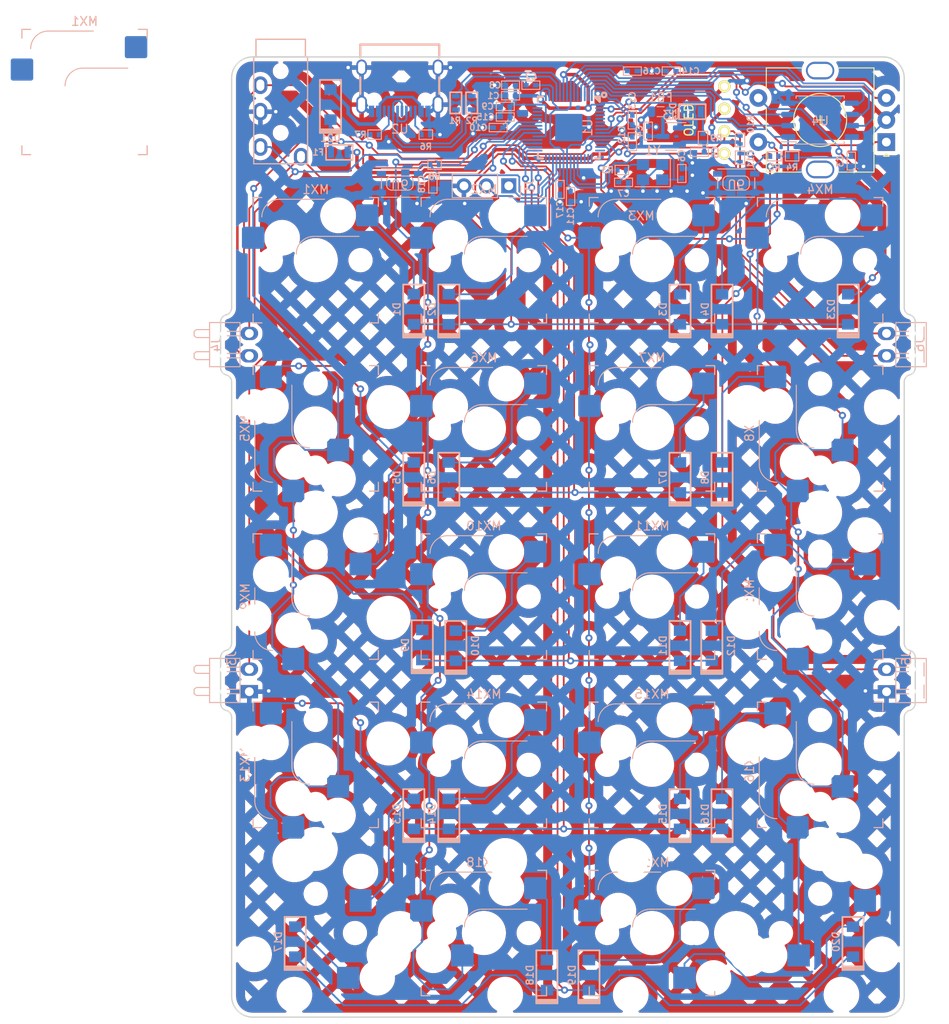
<source format=kicad_pcb>
(kicad_pcb (version 20211014) (generator pcbnew)
  (layers (0 "F.Cu" signal) (31 "B.Cu" signal) (34 "B.Paste" user) (35 "F.Paste" user) (36 "B.SilkS" user "B.Silkscreen") (37 "F.SilkS" user "F.Silkscreen") (38 "B.Mask" user) (39 "F.Mask" user) (44 "Edge.Cuts" user))
  (net 0 "")
  (net 1 "GND")
  (net 2 "+3V3")
  (net 3 "+1V1")
  (net 4 "+5V")
  (net 5 "OSC_OUT")
  (net 6 "OSC_IN")
  (net 7 "RUN")
  (net 8 "ROW0")
  (net 9 "ROW1")
  (net 10 "ROW2")
  (net 11 "ROW3")
  (net 12 "ROW4")
  (net 13 "VBUS")
  (net 14 "Net-(D22-Pad2)")
  (net 15 "USER_LED")
  (net 16 "Net-(F1-Pad2)")
  (net 17 "SWD")
  (net 18 "SWCLK")
  (net 19 "COL3")
  (net 20 "COL0")
  (net 21 "COL2")
  (net 22 "COL1")
  (net 23 "USB+")
  (net 24 "USB_MCU+")
  (net 25 "USB-")
  (net 26 "USB_MCU-")
  (net 27 "XOUT_MCU")
  (net 28 "QSPI_SS")
  (net 29 "Net-(R5-Pad2)")
  (net 30 "CC2")
  (net 31 "CC1")
  (net 38 "SDA")
  (net 39 "SCL")
  (net 44 "QSPI_SD3")
  (net 45 "QSPI_SCLK")
  (net 46 "QSPI_SD0")
  (net 47 "QSPI_SD2")
  (net 48 "QSPI_SD1")
  (net 49 "Net-(D12-Pad2)")
  (net 50 "Net-(D13-Pad2)")
  (net 51 "Net-(D14-Pad2)")
  (net 52 "Net-(D15-Pad2)")
  (net 53 "Net-(D16-Pad2)")
  (net 54 "Net-(D17-Pad2)")
  (net 55 "Net-(D18-Pad2)")
  (net 56 "Net-(D19-Pad2)")
  (net 57 "Net-(D20-Pad2)")
  (net 58 "Net-(D1-Pad2)")
  (net 59 "Net-(D2-Pad2)")
  (net 60 "Net-(D3-Pad2)")
  (net 61 "Net-(D4-Pad2)")
  (net 62 "Net-(D5-Pad2)")
  (net 63 "Net-(D6-Pad2)")
  (net 64 "Net-(D7-Pad2)")
  (net 65 "Net-(D8-Pad2)")
  (net 66 "Net-(D9-Pad2)")
  (net 67 "Net-(D10-Pad2)")
  (net 68 "Net-(D11-Pad2)")
  (net 69 "Net-(D21-Pad1)")
  (net 72 "Net-(D23-Pad2)")
  (net 73 "encB")
  (net 74 "encA")
  (footprint "Switch_Keyboard_Hotswap_Kailh:SW_Hotswap_Kailh_MX_1.00u_Modified" (layer "F.Cu") (at 49.2125 67.46875 90)
    (fp_text reference "MX5")
    (fp_text value "MX-1U")
  )
  (footprint "Switch_Keyboard_Hotswap_Kailh:SW_Hotswap_Kailh_MX_1.00u_Modified" (layer "F.Cu") (at 87.3125 105.56875)
    (fp_text reference "MX15")
    (fp_text value "MX-1U")
  )
  (footprint "Switch_Keyboard_Hotswap_Kailh:SW_Hotswap_Kailh_MX_1.00u_Modified" (layer "F.Cu") (at 49.2125 86.51875 90)
    (fp_text reference "MX9")
    (fp_text value "MX-1U")
  )
  (footprint "Switch_Keyboard_Hotswap_Kailh:SW_Hotswap_Kailh_MX_1.00u_Modified" (layer "F.Cu") (at 87.3125 48.41875)
    (fp_text reference "MX3")
    (fp_text value "MX-1U")
  )
  (footprint "Switch_Keyboard_Hotswap_Kailh:SW_Hotswap_Kailh_MX_1.00u_Modified" (layer "F.Cu") (at 68.2625 67.46875)
    (fp_text reference "MX6")
    (fp_text value "MX-1U")
  )
  (footprint "Switch_Keyboard_Hotswap_Kailh:SW_Hotswap_Kailh_MX_1.00u_Modified" (layer "F.Cu") (at 68.2625 48.41875)
    (fp_text reference "MX2")
    (fp_text value "MX-1U")
  )
  (footprint "MX_Only:MXOnly-2U-Hotswap-ReversedStabilizers" (layer "F.Cu") (at 49.2125 76.99375 -90)
    (fp_text reference "MX-E-1")
    (fp_text value "MX-2U")
  )
  (footprint "MX_Only:MXOnly-2U-Hotswap" (layer "F.Cu") (at 96.8375 124.61875 180)
    (fp_text reference "MX-E-4")
    (fp_text value "MX-2U")
  )
  (footprint "MX_Only:MXOnly-2U-Hotswap" (layer "F.Cu") (at 106.3625 76.99375 -90)
    (fp_text reference "MX-E-2")
    (fp_text value "MX-2U")
  )
  (footprint "Switch_Keyboard_Hotswap_Kailh:SW_Hotswap_Kailh_MX_1.00u_Modified" (layer "F.Cu") (at 68.2625 105.56875)
    (fp_text reference "MX14")
    (fp_text value "MX-1U")
  )
  (footprint "Switch_Keyboard_Hotswap_Kailh:SW_Hotswap_Kailh_MX_1.00u_Modified" (layer "F.Cu") (at 87.3125 86.51875)
    (fp_text reference "MX11")
    (fp_text value "MX-1U")
  )
  (footprint "MX_Only:MXOnly-2U-Hotswap" (layer "F.Cu") (at 58.7375 124.61875 180)
    (fp_text reference "MX17")
    (fp_text value "MX-2U")
  )
  (footprint "Switch_Keyboard_Hotswap_Kailh:SW_Hotswap_Kailh_MX_1.00u_Modified" (layer "F.Cu") (at 106.3625 105.56875 90)
    (fp_text reference "MX16")
    (fp_text value "MX-1U")
  )
  (footprint "Switch_Keyboard_Hotswap_Kailh:SW_Hotswap_Kailh_MX_1.00u_Modified" (layer "F.Cu") (at 106.3625 86.51875 90)
    (fp_text reference "MX12")
    (fp_text value "MX-1U")
  )
  (footprint "Switch_Keyboard_Hotswap_Kailh:SW_Hotswap_Kailh_MX_1.00u_Modified" (layer "F.Cu") (at 68.2625 124.61875)
    (fp_text reference "MX18")
    (fp_text value "MX-1U")
  )
  (footprint "Switch_Keyboard_Hotswap_Kailh:SW_Hotswap_Kailh_MX_1.00u_Modified" (layer "F.Cu") (at 68.2625 86.51875)
    (fp_text reference "MX10")
    (fp_text value "MX-1U")
  )
  (footprint "Keebio-Parts:RotaryEncoder_EC11" (layer "F.Cu") (at 106.3625 32.54375 180)
    (fp_text reference "SW1")
    (fp_text value "RotaryEncoder_Switch")
  )
  (footprint "MX_Only:MXOnly-2U-Hotswap" (layer "F.Cu") (at 106.3625 115.09375 -90)
    (fp_text reference "MX20")
    (fp_text value "MX-2U")
  )
  (footprint "Switch_Keyboard_Hotswap_Kailh:SW_Hotswap_Kailh_MX_1.00u_Modified" (layer "F.Cu") (at 106.3625 67.46875 90)
    (fp_text reference "MX8")
    (fp_text value "MX-1U")
  )
  (footprint "Switch_Keyboard_Hotswap_Kailh:SW_Hotswap_Kailh_MX_1.00u_Modified" (layer "F.Cu") (at 87.3125 67.46875)
    (fp_text reference "MX7")
    (fp_text value "MX-1U")
  )
  (footprint "Switch_Keyboard_Hotswap_Kailh:SW_Hotswap_Kailh_MX_1.00u_Modified" (layer "F.Cu") (at 87.3125 124.61875)
    (fp_text reference "MX19")
    (fp_text value "MX-1U")
  )
  (footprint "Switch_Keyboard_Hotswap_Kailh:SW_Hotswap_Kailh_MX_1.00u_Modified" (layer "F.Cu") (at 106.3625 48.41875)
    (fp_text reference "MX4")
    (fp_text value "MX-1U")
  )
  (footprint "Switch_Keyboard_Hotswap_Kailh:SW_Hotswap_Kailh_MX_1.00u_Modified" (layer "F.Cu") (at 23.01875 29.36875)
    (fp_text reference "MX1")
    (fp_text value "MX-1U")
  )
  (footprint "kbd:OLED_v2" (layer "F.Cu") (at 95.5175 32.54375 90)
    (fp_text reference "OL1")
    (fp_text value "OLED" hide)
  )
  (footprint "Switch_Keyboard_Hotswap_Kailh:SW_Hotswap_Kailh_MX_1.00u_Modified" (layer "F.Cu") (at 49.2125 48.41875)
    (fp_text reference "MX1")
    (fp_text value "MX-1U")
  )
  (footprint "MX_Only:MXOnly-2U-Hotswap-ReversedStabilizers" (layer "F.Cu") (at 49.2125 115.09375 -90)
    (fp_text reference "MX-E-3")
    (fp_text value "MX-2U")
  )
  (footprint "Switch_Keyboard_Hotswap_Kailh:SW_Hotswap_Kailh_MX_1.00u_Modified" (layer "F.Cu") (at 49.2125 105.56875 90)
    (fp_text reference "MX13")
    (fp_text value "MX-1U")
  )
  (footprint "Inductor_SMD:L_0805_2012Metric" (layer "B.Cu") (at 88.2875 31.6)
    (fp_text reference "FB1")
    (fp_text value "100@100MHz")
  )
  (footprint "Keebio-Parts:D_SOD123" (layer "B.Cu") (at 64.29375 111.125 90)
    (fp_text reference "D14")
    (fp_text value "1N4148W" hide)
  )
  (footprint "Keebio-Parts:C_0402" (layer "B.Cu") (at 69.8875 33.4 180)
    (fp_text reference "C10")
    (fp_text value "100nF")
  )
  (footprint "Keebio-Parts:D_SOD123" (layer "B.Cu") (at 95.25 53.975 90)
    (fp_text reference "D4")
    (fp_text value "1N4148W" hide)
  )
  (footprint "Keebio-Parts:D_SOD123" (layer "B.Cu") (at 95.25 73.025 90)
    (fp_text reference "D8")
    (fp_text value "1N4148W" hide)
  )
  (footprint "Extras:1x02_2.54_Pogo Male GND" (layer "B.Cu") (at 37.1875 93.51375)
    (fp_text reference "J3")
    (fp_text value "POGOm1")
  )
  (footprint "Keebio-Parts:R_0805" (layer "B.Cu") (at 91.8875 31.6)
    (fp_text reference "D22")
    (fp_text value "Power LED (Blue)")
  )
  (footprint "Keebio-Parts:C_0402" (layer "B.Cu") (at 70.6875 32.2 180)
    (fp_text reference "C15")
    (fp_text value "100nF")
  )
  (footprint "Keebio-Parts:C_0402" (layer "B.Cu") (at 86.8875 33.8 90)
    (fp_text reference "C4")
    (fp_text value "1uF")
  )
  (footprint "Keebio-Parts:D_SOD123" (layer "B.Cu") (at 109.5375 53.975 90)
    (fp_text reference "D23")
    (fp_text value "1N4148W" hide)
  )
  (footprint "Keebio-Parts:C_0402" (layer "B.Cu") (at 76.8875 40.4 -90)
    (fp_text reference "C17")
    (fp_text value "100nF")
  )
  (footprint "Keebio-Parts:D_SOD123" (layer "B.Cu") (at 65.0875 92.075 90)
    (fp_text reference "D10")
    (fp_text value "1N4148W" hide)
  )
  (footprint "Keebio-Parts:D_SOD123" (layer "B.Cu") (at 90.4875 111.125 90)
    (fp_text reference "D15")
    (fp_text value "1N4148W" hide)
  )
  (footprint "Keebio-Parts:D_SOD123" (layer "B.Cu") (at 94.0875 92.075 90)
    (fp_text reference "D12")
    (fp_text value "1N4148W" hide)
  )
  (footprint "Keebio-Parts:D_SOD123" (layer "B.Cu") (at 60.325 53.975 90)
    (fp_text reference "D1")
    (fp_text value "1N4148W" hide)
  )
  (footprint "Keebio-Parts:D_SOD123" (layer "B.Cu") (at 90.4875 53.975 90)
    (fp_text reference "D3")
    (fp_text value "1N4148W" hide)
  )
  (footprint "Keebio-Parts:R_0402" (layer "B.Cu") (at 103.1875 36.65 180)
    (fp_text reference "R4")
    (fp_text value "10k ohm")
  )
  (footprint "Package_TO_SOT_SMD:SOT-23" (layer "B.Cu") (at 89.4875 34.4 180)
    (fp_text reference "U3")
    (fp_text value "XC6206PxxxMR")
  )
  (footprint "Extras:3x4x2.5mm Micro Switch" (layer "B.Cu") (at 96.8375 39.6875)
    (fp_text reference "U5")
    (fp_text value "USB Boot")
  )
  (footprint "Keebio-Parts:R_0402" (layer "B.Cu") (at 93.0875 34.6 90)
    (fp_text reference "R9")
    (fp_text value "1k5 ohm")
  )
  (footprint "Keebio-Parts:R_0402" (layer "B.Cu") (at 97.2875 36.8 -90)
    (fp_text reference "R11")
    (fp_text value "4.7k")
  )
  (footprint "Extras:rp2040" (layer "B.Cu") (at 77.8875 33.4 180)
    (fp_text reference "U1")
    (fp_text value "RP2040")
  )
  (footprint "Keebio-Parts:R_0402" (layer "B.Cu") (at 55.8875 34.2 180)
    (fp_text reference "R7")
    (fp_text value "5.1k")
  )
  (footprint "Keebio-Parts:D_SOD123" (layer "B.Cu") (at 50.8875 30.8 90)
    (fp_text reference "D21")
    (fp_text value "Schottky 5819W" hide)
  )
  (footprint "Keebio-Parts:D_SOD123" (layer "B.Cu") (at 46.8875 125.6 90)
    (fp_text reference "D17")
    (fp_text value "1N4148W" hide)
  )
  (footprint "Keebio-Parts:D_SOD123" (layer "B.Cu") (at 75.40625 129.38125 90)
    (fp_text reference "D18")
    (fp_text value "1N4148W" hide)
  )
  (footprint "Keebio-Parts:D_SOD123" (layer "B.Cu") (at 61.2875 92 90)
    (fp_text reference "D9")
    (fp_text value "1N4148W" hide)
  )
  (footprint "Keebio-Parts:D_SOD123" (layer "B.Cu") (at 110.0875 125.6 90)
    (fp_text reference "D20")
    (fp_text value "1N4148W" hide)
  )
  (footprint "Keebio-Parts:C_0402" (layer "B.Cu") (at 85.0875 32.54375 90)
    (fp_text reference "C13")
    (fp_text value "100nF")
  )
  (footprint "Keebio-Parts:D_SOD123" (layer "B.Cu") (at 60.325 73.025 90)
    (fp_text reference "D5")
    (fp_text value "1N4148W" hide)
  )
  (footprint "Keebio-Parts:C_0402" (layer "B.Cu") (at 71.2875 28.6 180)
    (fp_text reference "C8")
    (fp_text value "100nF")
  )
  (footprint "Extras:1x02_2.54_Pogo Female" (layer "B.Cu") (at 118.3875 55.4825)
    (fp_text reference "J6")
    (fp_text value "POGOf2")
  )
  (footprint "Keebio-Parts:C_0402" (layer "B.Cu") (at 73.5875 28.6 180)
    (fp_text reference "C2")
    (fp_text value "1uF")
  )
  (footprint "Keebio-Parts:Fuse_0805" (layer "B.Cu") (at 51.8875 36.2)
    (fp_text reference "F1")
    (fp_text value "TLC_PSMD050")
  )
  (footprint "Keebio-Parts:R_0402" (layer "B.Cu") (at 83.8875 38.2 180)
    (fp_text reference "R3")
    (fp_text value "1k ohm")
  )
  (footprint "Keebio-Parts:R_0402" (layer "B.Cu") (at 101.1875 36.65 180)
    (fp_text reference "R5")
    (fp_text value "1k ohm")
  )
  (footprint "Keebio-Parts:C_0402" (layer "B.Cu") (at 84.0875 39.6)
    (fp_text reference "C7")
    (fp_text value "30pF")
  )
  (footprint "Keebio-Parts:R_0603" (layer "B.Cu") (at 65.0875 30.6 -90)
    (fp_text reference "R1")
    (fp_text value "27 ohm")
  )
  (footprint "Keebio-Parts:R_0402" (layer "B.Cu") (at 97.2875 34.8 90)
    (fp_text reference "R10")
    (fp_text value "4.7k")
  )
  (footprint "Keebio-Parts:C_0402" (layer "B.Cu") (at 85.0875 27)
    (fp_text reference "C16")
    (fp_text value "100nF")
  )
  (footprint "Keebio-Parts:D_SOD123" (layer "B.Cu") (at 64.29375 73.025 90)
    (fp_text reference "D6")
    (fp_text value "1N4148W" hide)
  )
  (footprint "Keebio-Parts:R_0402" (layer "B.Cu") (at 62.6875 37.6)
    (fp_text reference "R8")
    (fp_text value "10k ohm")
  )
  (footprint "Keebio-Parts:D_SOD123" (layer "B.Cu") (at 90.4875 92.075 90)
    (fp_text reference "D11")
    (fp_text value "1N4148W" hide)
  )
  (footprint "Keebio-Parts:D_SOD123" (layer "B.Cu") (at 60.325 111.125 90)
    (fp_text reference "D13")
    (fp_text value "1N4148W" hide)
  )
  (footprint "Keebio-Parts:C_0402" (layer "B.Cu") (at 90.6875 38.6 90)
    (fp_text reference "C6")
    (fp_text value "30pF")
  )
  (footprint "Keebio-Parts:D_SOD123" (layer "B.Cu") (at 80.16875 129.38125 90)
    (fp_text reference "D19")
    (fp_text value "1N4148W" hide)
  )
  (footprint "Keebio-Parts:C_0402" (layer "B.Cu") (at 85.0875 35 90)
    (fp_text reference "C12")
    (fp_text value "100nF")
  )
  (footprint "Keebio-Parts:C_0402" (layer "B.Cu") (at 92.6875 36.2 180)
    (fp_text reference "C5")
    (fp_text value "1uF")
  )
  (footprint "Connector_PinHeader_2.54mm:PinHeader_1x03_P2.54mm_Vertical" (layer "B.Cu") (at 71.0875 40 90)
    (fp_text reference "J1")
    (fp_text value "Conn_01x03")
  )
  (footprint "Crystal:Crystal_SMD_3225-4Pin_3.2x2.5mm" (layer "B.Cu") (at 87.3875 38.45 180)
    (fp_text reference "Y1")
    (fp_text value "12MHz - 20pF")
  )
  (footprint "Keebio-Parts:D_SOD123" (layer "B.Cu") (at 64.29375 53.975 90)
    (fp_text reference "D2")
    (fp_text value "1N4148W" hide)
  )
  (footprint "Extras:3x4x2.5mm Micro Switch" (layer "B.Cu") (at 58.7375 39.6875)
    (fp_text reference "U6")
    (fp_text value "Reset")
  )
  (footprint "Keebio-Parts:R_0603" (layer "B.Cu") (at 66.8875 30.6 -90)
    (fp_text reference "R2")
    (fp_text value "27 ohm")
  )
  (footprint "Keebio-Parts:D_SOD123" (layer "B.Cu") (at 95.25 111.125 90)
    (fp_text reference "D16")
    (fp_text value "1N4148W" hide)
  )
  (footprint "Extras:1x02_2.54_Pogo Male" (layer "B.Cu") (at 37.1875 55.4825)
    (fp_text reference "J4")
    (fp_text value "POGOm2")
  )
  (footprint "Keebio-Parts:C_0402" (layer "B.Cu") (at 78.0875 41.2 -90)
    (fp_text reference "C11")
    (fp_text value "100nF")
  )
  (footprint "Keebio-Parts:C_0402" (layer "B.Cu") (at 62.4875 39.8 -90)
    (fp_text reference "C18")
    (fp_text value "0.1 uF")
  )
  (footprint "Keebio-Parts:TRRS-PJ-320A" (layer "B.Cu") (at 45.24375 25.4 180)
    (fp_text reference "U7")
    (fp_text value "TRRS")
  )
  (footprint "Keebio-Parts:D_SOD123" (layer "B.Cu") (at 90.4875 73.025 90)
    (fp_text reference "D7")
    (fp_text value "1N4148W" hide)
  )
  (footprint "Keebio-Parts:C_0402" (layer "B.Cu") (at 89.4875 27 180)
    (fp_text reference "C14")
    (fp_text value "100nF")
  )
  (footprint "Keebio-Parts:C_0402" (layer "B.Cu") (at 70.6875 31 180)
    (fp_text reference "C9")
    (fp_text value "100nF")
  )
  (footprint "Keebio-Parts:R_0402" (layer "B.Cu") (at 61.6875 34.2)
    (fp_text reference "R6")
    (fp_text value "5.1k")
  )
  (footprint "Extras:1x02_2.54_Pogo Female GND" (layer "B.Cu") (at 118.3875 93.50375)
    (fp_text reference "J5")
    (fp_text value "POGOf1")
  )
  (footprint "Package_SO:SOIC-8_5.23x5.23mm_P1.27mm" (layer "B.Cu") (at 106.3625 32.54375)
    (fp_text reference "U4")
    (fp_text value "W25Q128JVS")
  )
  (footprint "Keebio-Parts:C_0402" (layer "B.Cu") (at 71.2875 29.8 180)
    (fp_text reference "C1")
    (fp_text value "1uF")
  )
  (footprint "Extras:simple-usb-c" (layer "B.Cu") (at 58.7375 27.78125)
    (fp_text reference "U2")
    (fp_text value "TYPE-C-31-M-12")
  )
  (footprint "Keebio-Parts:C_0402" (layer "B.Cu") (at 109.8875 37.2 -90)
    (fp_text reference "C3")
    (fp_text value "0.1 uF")
  )
  (gr_arc locked (start 39.0375 99.4) (mid 39.501478 99.68708) (end 39.6875 100.2) (layer "Edge.Cuts") (width 0.15))
  (gr_line (start 115.8875 100.2) (end 115.8875 131.7625) (layer "Edge.Cuts") (width 0.15))
  (gr_line (start 38.4375 93.4) (end 38.4375 98.6) (layer "Edge.Cuts") (width 0.15))
  (gr_line (start 113.50625 134.14375) (end 42.06875 134.14375) (layer "Edge.Cuts") (width 0.15))
  (gr_arc (start 39.6875 53.8) (mid 39.520888 54.300041) (end 39.0875 54.6) (layer "Edge.Cuts") (width 0.15))
  (gr_line (start 39.6875 53.8) (end 39.6875 27.78125) (layer "Edge.Cuts") (width 0.15))
  (gr_arc (start 39.6875 91.8) (mid 39.520888 92.300041) (end 39.0875 92.6) (layer "Edge.Cuts") (width 0.15))
  (gr_line (start 113.50625 25.4) (end 42.06875 25.4) (layer "Edge.Cuts") (width 0.15))
  (gr_line (start 115.8875 62.2) (end 115.8875 91.8) (layer "Edge.Cuts") (width 0.15))
  (gr_arc (start 116.4875 92.6) (mid 116.054112 92.300041) (end 115.8875 91.8) (layer "Edge.Cuts") (width 0.15))
  (gr_arc (start 116.4875 54.6) (mid 116.054112 54.300041) (end 115.8875 53.8) (layer "Edge.Cuts") (width 0.15))
  (gr_arc (start 42.06875 134.14375) (mid 40.384934 133.446301) (end 39.6875 131.7625) (layer "Edge.Cuts") (width 0.15))
  (gr_arc (start 38.4375 93.4) (mid 38.623522 92.887081) (end 39.0875 92.6) (layer "Edge.Cuts") (width 0.15))
  (gr_arc (start 115.8875 131.7625) (mid 115.19003 133.446266) (end 113.50625 134.14375) (layer "Edge.Cuts") (width 0.15))
  (gr_arc (start 116.4875 54.6) (mid 116.951478 54.887081) (end 117.1375 55.4) (layer "Edge.Cuts") (width 0.15))
  (gr_arc (start 117.1375 98.6) (mid 116.970888 99.100041) (end 116.5375 99.4) (layer "Edge.Cuts") (width 0.15))
  (gr_line (start 117.1375 60.6) (end 117.1375 55.4) (layer "Edge.Cuts") (width 0.15))
  (gr_arc (start 38.4375 55.4) (mid 38.623522 54.887081) (end 39.0875 54.6) (layer "Edge.Cuts") (width 0.15))
  (gr_line (start 39.6875 91.8) (end 39.6875 62.2) (layer "Edge.Cuts") (width 0.15))
  (gr_arc (start 39.6875 27.78125) (mid 40.384993 26.097493) (end 42.06875 25.4) (layer "Edge.Cuts") (width 0.15))
  (gr_line (start 39.6875 100.2) (end 39.6875 131.7625) (layer "Edge.Cuts") (width 0.15))
  (gr_arc (start 115.8875 100.2) (mid 116.073522 99.68708) (end 116.5375 99.4) (layer "Edge.Cuts") (width 0.15))
  (gr_arc (start 39.0375 61.4) (mid 38.60411 61.100041) (end 38.4375 60.6) (layer "Edge.Cuts") (width 0.15))
  (gr_arc (start 113.50625 25.4) (mid 115.189986 26.097499) (end 115.8875 27.78125) (layer "Edge.Cuts") (width 0.15))
  (gr_line (start 115.8875 27.78125) (end 115.8875 53.8) (layer "Edge.Cuts") (width 0.15))
  (gr_line (start 117.1375 98.6) (end 117.1375 93.4) (layer "Edge.Cuts") (width 0.15))
  (gr_arc (start 116.4875 92.6) (mid 116.951478 92.887081) (end 117.1375 93.4) (layer "Edge.Cuts") (width 0.15))
  (gr_arc (start 39.0375 61.4) (mid 39.501479 61.68708) (end 39.6875 62.2) (layer "Edge.Cuts") (width 0.15))
  (gr_arc locked (start 39.0375 99.4) (mid 38.604112 99.100041) (end 38.4375 98.6) (layer "Edge.Cuts") (width 0.15))
  (gr_arc (start 117.1375 60.6) (mid 116.970889 61.100042) (end 116.5375 61.4) (layer "Edge.Cuts") (width 0.15))
  (gr_arc (start 115.8875 62.2) (mid 116.073521 61.68708) (end 116.5375 61.4) (layer "Edge.Cuts") (width 0.15))
  (gr_line (start 38.4375 55.4) (end 38.4375 60.6) (layer "Edge.Cuts") (width 0.15))
  (segment (start 95.5175 28.73375) (end 92.0875 32.16375) (width 0.2) (layer "F.Cu") (net 1))
  (segment (start 99.986501 28.099001) (end 98.0875 28.099001) (width 0.4) (layer "F.Cu") (net 1))
  (segment (start 92.0875 32.16375) (end 92.0875 33.4) (width 0.2) (layer "F.Cu") (net 1))
  (segment (start 101.2875 29.4) (end 99.986501 28.099001) (width 0.4) (layer "F.Cu") (net 1))
  (via (at 84.4875 40.6) (size 0.8) (drill 0.4) (layers "F.Cu" "B.Cu") (net 1))
  (via (at 60.6875 42) (size 0.8) (drill 0.4) (layers "F.Cu" "B.Cu") (net 1))
  (via (at 68.0875 33.4) (size 0.8) (drill 0.4) (layers "F.Cu" "B.Cu") (net 1))
  (via (at 54.0875 34.2) (size 0.8) (drill 0.4) (layers "F.Cu" "B.Cu") (net 1))
  (via (at 91.2875 40.6) (size 0.8) (drill 0.4) (layers "F.Cu" "B.Cu") (net 1))
  (via (at 63.2875 34.2) (size 0.8) (drill 0.4) (layers "F.Cu" "B.Cu") (net 1))
  (via (at 93.0875 40.8) (size 0.8) (drill 0.4) (layers "F.Cu" "B.Cu") (net 1))
  (via (at 79.2875 41.8) (size 0.8) (drill 0.4) (layers "F.Cu" "B.Cu") (net 1))
  (via (at 111.2875 37.8) (size 0.8) (drill 0.4) (layers "F.Cu" "B.Cu") (net 1))
  (via (at 83.908743 33.736325) (size 0.8) (drill 0.4) (layers "F.Cu" "B.Cu") (net 1))
  (via (at 89.4875 40.6) (size 0.8) (drill 0.4) (layers "F.Cu" "B.Cu") (net 1))
  (via (at 66.0875 42) (size 0.8) (drill 0.4) (layers "F.Cu" "B.Cu") (net 1))
  (via (at 44.6875 31.6) (size 0.8) (drill 0.4) (layers "F.Cu" "B.Cu") (net 1))
  (via (at 111.4875 97.2) (size 0.8) (drill 0.4) (layers "F.Cu" "B.Cu") (net 1))
  (via (at 98.0875 28.099001) (size 0.8) (drill 0.4) (layers "F.Cu" "B.Cu") (net 1))
  (via (at 69.0875 32.2) (size 0.8) (drill 0.4) (layers "F.Cu" "B.Cu") (net 1))
  (via (at 64.4875 26.6) (size 0.8) (drill 0.4) (layers "F.Cu" "B.Cu") (net 1))
  (via (at 80.16875 33.3375) (size 0.8) (drill 0.4) (layers "F.Cu" "B.Cu") (net 1))
  (via (at 82.6875 40.6) (size 0.8) (drill 0.4) (layers "F.Cu" "B.Cu") (net 1))
  (via (at 81.186951 29.555623) (size 0.8) (drill 0.4) (layers "F.Cu" "B.Cu") (net 1))
  (via (at 101.2875 29.4) (size 0.8) (drill 0.4) (layers "F.Cu" "B.Cu") (net 1))
  (via (at 87.2875 27) (size 0.8) (drill 0.4) (layers "F.Cu" "B.Cu") (net 1))
  (via (at 97.987 42) (size 0.8) (drill 0.4) (layers "F.Cu" "B.Cu") (net 1))
  (via (at 87.8875 40.6) (size 0.8) (drill 0.4) (layers "F.Cu" "B.Cu") (net 1))
  (via (at 52.8875 26.6) (size 0.8) (drill 0.4) (layers "F.Cu" "B.Cu") (net 1))
  (via (at 69.4875 28.6) (size 0.8) (drill 0.4) (layers "F.Cu" "B.Cu") (net 1))
  (via (at 86.2875 40.6) (size 0.8) (drill 0.4) (layers "F.Cu" "B.Cu") (net 1))
  (via (at 79.567716 39.1005) (size 0.8) (drill 0.4) (layers "F.Cu" "B.Cu") (net 1))
  (via (at 92.0875 33.4) (size 0.8) (drill 0.4) (layers "F.Cu" "B.Cu") (net 1))
  (via (at 67.034657 34.084405) (size 0.8) (drill 0.4) (layers "F.Cu" "B.Cu") (net 1))
  (via (at 57.484723 35.002427) (size 0.8) (drill 0.4) (layers "F.Cu" "B.Cu") (net 1))
  (via (at 91.8875 37.4) (size 0.8) (drill 0.4) (layers "F.Cu" "B.Cu") (net 1))
  (via (at 43.8875 97.2) (size 0.8) (drill 0.4) (layers "F.Cu" "B.Cu") (net 1))
  (via (at 76.8875 41.8) (size 0.8) (drill 0.4) (layers "F.Cu" "B.Cu") (net 1))
  (via (at 87.7505 33.3375) (size 0.8) (drill 0.4) (layers "F.Cu" "B.Cu") (net 1))
  (via (at 91.8875 38.8) (size 0.8) (drill 0.4) (layers "F.Cu" "B.Cu") (net 1))
  (via (at 57.0875 42) (size 0.8) (drill 0.4) (layers "F.Cu" "B.Cu") (net 1))
  (segment (start 81.690564 29.36875) (end 81.373824 29.36875) (width 0.2) (layer "B.Cu") (net 1))
  (segment (start 88.8875 40.6) (end 89.4875 40.6) (width 0.4) (layer "B.Cu") (net 1))
  (segment (start 62.293279 31.565337) (end 63.061605 30.797011) (width 0.4) (layer "B.Cu") (net 1))
  (segment (start 76.8875 41.8) (end 76.8875 40.95) (width 0.2) (layer "B.Cu") (net 1))
  (segment (start 87.663 33.25) (end 87.7505 33.3375) (width 0.2) (layer "B.Cu") (net 1))
  (segment (start 70.7375 29.8) (end 70.7375 30.4) (width 0.2) (layer "B.Cu") (net 1))
  (segment (start 111.2375 37.75) (end 111.2875 37.8) (width 0.2) (layer "B.Cu") (net 1))
  (segment (start 55.386471 31.565337) (end 55.179689 31.565337) (width 0.4) (layer "B.Cu") (net 1))
  (segment (start 55.179689 31.565337) (end 54.411363 30.797011) (width 0.4) (layer "B.Cu") (net 1))
  (segment (start 73.0375 28.6) (end 73.0375 28.15) (width 0.2) (layer "B.Cu") (net 1))
  (segment (start 89.4875 40.6) (end 90.4875 40.6) (width 0.4) (layer "B.Cu") (net 1))
  (segment (start 79.188 39.1005) (end 78.8875 38.8) (width 0.2) (layer "B.Cu") (net 1))
  (segment (start 86.8875 33.25) (end 87.663 33.25) (width 0.2) (layer "B.Cu") (net 1))
  (segment (start 63.061605 30.797011) (end 63.061605 26.597112) (width 0.4) (layer "B.Cu") (net 1))
  (segment (start 91.8375 38.05) (end 91.8875 38) (width 0.4) (layer "B.Cu") (net 1))
  (segment (start 82.6875 40.6) (end 84.4875 40.6) (width 0.4) (layer "B.Cu") (net 1))
  (segment (start 66.0875 42) (end 66.0075 41.92) (width 0.2) (layer "B.Cu") (net 1))
  (segment (start 91.2875 40.6) (end 91.8875 40) (width 0.4) (layer "B.Cu") (net 1))
  (segment (start 88.9375 27) (end 87.2875 27) (width 0.2) (layer "B.Cu") (net 1))
  (segment (start 64.484612 26.597112) (end 64.4875 26.6) (width 0.4) (layer "B.Cu") (net 1))
  (segment (start 101.2875 29.4) (end 101.2875 29.6) (width 0.4) (layer "B.Cu") (net 1))
  (segment (start 57.555612 35.002427) (end 58.753185 36.2) (width 0.2) (layer "B.Cu") (net 1))
  (segment (start 56.654776 40.787371) (end 56.654776 41.567276) (width 0.2) (layer "B.Cu") (net 1))
  (segment (start 62.086497 31.565337) (end 62.293279 31.565337) (width 0.4) (layer "B.Cu") (net 1))
  (segment (start 111.2875 35.11875) (end 111.2875 37.8) (width 0.2) (layer "B.Cu") (net 1))
  (segment (start 58.753185 36.2) (end 64.919062 36.2) (width 0.2) (layer "B.Cu") (net 1))
  (segment (start 84.4875 40.6) (end 86.2875 40.6) (width 0.4) (layer "B.Cu") (net 1))
  (segment (start 113.8875 97.29375) (end 111.58125 97.29375) (width 0.2) (layer "B.Cu") (net 1))
  (segment (start 91.8875 38.8) (end 91.8875 38) (width 0.4) (layer "B.Cu") (net 1))
  (segment (start 85.0875 34.45) (end 84.622418 34.45) (width 0.2) (layer "B.Cu") (net 1))
  (segment (start 111.58125 97.29375) (end 111.4875 97.2) (width 0.2) (layer "B.Cu") (net 1))
  (segment (start 83.2875 30.2) (end 82.521814 30.2) (width 0.2) (layer "B.Cu") (net 1))
  (segment (start 64.919062 36.2) (end 67.034657 34.084405) (width 0.2) (layer "B.Cu") (net 1))
  (segment (start 86.2875 39.3) (end 86.5875 39.3) (width 0.2) (layer "B.Cu") (net 1))
  (segment (start 70.1375 31) (end 70.1375 32.2) (width 0.2) (layer "B.Cu") (net 1))
  (segment (start 81.373824 29.36875) (end 81.186951 29.555623) (width 0.2) (layer "B.Cu") (net 1))
  (segment (start 87.2875 40.6) (end 87.6875 40.6) (width 0.4) (layer "B.Cu") (net 1))
  (segment (start 109.8875 37.75) (end 111.2375 37.75) (width 0.2) (layer "B.Cu") (net 1))
  (segment (start 56.654776 41.567276) (end 57.0875 42) (width 0.2) (layer "B.Cu") (net 1))
  (segment (start 98.954776 41.032224) (end 98.954776 40.787371) (width 0.2) (layer "B.Cu") (net 1))
  (segment (start 90.4875 40.6) (end 91.2875 40.6) (width 0.4) (layer "B.Cu") (net 1))
  (segment (start 66.0075 41.92) (end 66.0075 40) (width 0.2) (layer "B.Cu") (net 1))
  (segment (start 63.061605 26.597112) (end 64.484612 26.597112) (width 0.4) (layer "B.Cu") (net 1))
  (segment (start 57.484723 35.002427) (end 57.555612 35.002427) (width 0.2) (layer "B.Cu") (net 1))
  (segment (start 72.9125 28.025) (end 70.8625 28.025) (width 0.2) (layer "B.Cu") (net 1))
  (segment (start 70.6875 28.2) (end 70.6875 28.55) (width 0.2) (layer "B.Cu") (net 1))
  (segment (start 88.2875 37.6) (end 88.4875 37.6) (width 0.2) (layer "B.Cu") (net 1))
  (segment (start 87.2875 27) (end 85.6375 27) (width 0.2) (layer "B.Cu") (net 1))
  (segment (start 41.6875 97.28375) (end 43.80375 97.28375) (width 0.2) (layer "B.Cu") (net 1))
  (segment (start 94.754776 40.787371) (end 93.100129 40.787371) (width 0.2) (layer "B.Cu") (net 1))
  (segment (start 78.8875 38.8) (end 78.8875 36.950038) (width 0.2) (layer "B.Cu") (net 1))
  (segment (start 86.2875 40.6) (end 87.2875 40.6) (width 0.4) (layer "B.Cu") (net 1))
  (segment (start 84.622418 34.45) (end 83.908743 33.736325) (width 0.2) (layer "B.Cu") (net 1))
  (segment (start 95.5175 28.73375) (end 96.152249 28.099001) (width 0.4) (layer "B.Cu") (net 1))
  (segment (start 60.854776 40.787371) (end 62.050129 40.787371) (width 0.2) (layer "B.Cu") (net 1))
  (segment (start 60.854776 41.832724) (end 60.6875 42) (width 0.2) (layer "B.Cu") (net 1))
  (segment (start 86.5875 39.3) (end 88.2875 37.6) (width 0.2) (layer "B.Cu") (net 1))
  (segment (start 43.80375 97.28375) (end 43.8875 97.2) (width 0.2) (layer "B.Cu") (net 1))
  (segment (start 86.2875 39.3) (end 86.2875 40.6) (width 0.4) (layer "B.Cu") (net 1))
  (segment (start 85.0875 31.99375) (end 85.08125 31.99375) (width 0.2) (layer "B.Cu") (net 1))
  (segment (start 55.4375 34.2) (end 54.0875 34.2) (width 0.2) (layer "B.Cu") (net 1))
  (segment (start 91.8875 38) (end 91.8875 37.4) (width 0.4) (layer "B.Cu") (net 1))
  (segment (start 96.152249 28.099001) (end 98.0875 28.099001) (width 0.4) (layer "B.Cu") (net 1))
  (segment (start 73.0375 28.15) (end 72.9125 28.025) (width 0.2) (layer "B.Cu") (net 1))
  (segment (start 70.7375 28.6) (end 70.7375 29.8) (width 0.2) (layer "B.Cu") (net 1))
  (segment (start 54.411363 30.797011) (end 54.411363 26.597112) (width 0.4) (layer "B.Cu") (net 1))
  (segment (start 92.0375 33.45) (end 92.0875 33.4) (width 0.2) (layer "B.Cu") (net 1))
  (segment (start 52.890388 26.597112) (end 52.8875 26.6) (width 0.4) (layer "B.Cu") (net 1))
  (segment (start 62.050129 40.787371) (end 62.4875 40.35) (width 0.2) (layer "B.Cu") (net 1))
  (segment (start 106.850129 40.787371) (end 109.8875 37.75) (width 0.2) (layer "B.Cu") (net 1))
  (segment (start 97.987 42) (end 98.954776 41.032224) (width 0.2) (layer "B.Cu") (net 1))
  (segment (start 42.94375 31.6) (end 44.6875 31.6) (width 0.2) (layer "B.Cu") (net 1))
  (segment (start 70.7375 28.6) (end 69.4875 28.6) (width 0.2) (layer "B.Cu") (net 1))
  (segment (start 54.411363 26.597112) (end 52.890388 26.597112) (width 0.4) (layer "B.Cu") (net 1))
  (segment (start 93.100129 40.787371) (end 93.0875 40.8) (width 0.2) (layer "B.Cu") (net 1))
  (segment (start 101.2875 29.6) (end 102.32625 30.63875) (width 0.4) (layer "B.Cu") (net 1))
  (segment (start 70.8625 28.025) (end 70.6875 28.2) (width 0.2) (layer "B.Cu") (net 1))
  (segment (start 60.854776 40.787371) (end 60.854776 41.832724) (width 0.2) (layer "B.Cu") (net 1))
  (segment (start 85.08125 31.99375) (end 83.2875 30.2) (width 0.2) (layer "B.Cu") (net 1))
  (segment (start 87.6875 40.6) (end 87.8875 40.6) (width 0.4) (layer "B.Cu") (net 1))
  (segment (start 90.425 33.45) (end 92.0375 33.45) (width 0.2) (layer "B.Cu") (net 1))
  (segment (start 87.8875 40.6) (end 88.8875 40.6) (width 0.4) (layer "B.Cu") (net 1))
  (segment (start 79.567716 39.1005) (end 79.188 39.1005) (width 0.2) (layer "B.Cu") (net 1))
  (segment (start 102.32625 30.63875) (end 102.7625 30.63875) (width 0.4) (layer "B.Cu") (net 1))
  (segment (start 90.6875 38.05) (end 91.8375 38.05) (width 0.4) (layer "B.Cu") (net 1))
  (segment (start 68.0875 33.4) (end 69.3375 33.4) (width 0.2) (layer "B.Cu") (net 1))
  (segment (start 70.1375 32.2) (end 69.0875 32.2) (width 0.2) (layer "B.Cu") (net 1))
  (segment (start 62.1375 34.2) (end 63.2875 34.2) (width 0.2) (layer "B.Cu") (net 1))
  (segment (start 91.8875 40) (end 91.8875 38.8) (width 0.4) (layer "B.Cu") (net 1))
  (segment (start 98.954776 40.787371) (end 106.850129 40.787371) (width 0.2) (layer "B.Cu") (net 1))
  (segment (start 78.0875 41.75) (end 79.2375 41.75) (width 0.2) (layer "B.Cu") (net 1))
  (segment (start 82.521814 30.2) (end 81.690564 29.36875) (width 0.2) (layer "B.Cu") (net 1))
  (segment (start 70.6875 28.55) (end 70.7375 28.6) (width 0.2) (layer "B.Cu") (net 1))
  (segment (start 113.8625 32.54375) (end 111.2875 35.11875) (width 0.2) (layer "B.Cu") (net 1))
  (segment (start 79.2375 41.75) (end 79.2875 41.8) (width 0.2) (layer "B.Cu") (net 1))
  (segment (start 70.7375 30.4) (end 70.1375 31) (width 0.2) (layer "B.Cu") (net 1))
  (segment (start 41.6875 60.987424) (end 43.2875 59.387424) (width 0.2) (layer "F.Cu") (net 2))
  (segment (start 95.2875 82) (end 95.2875 53.75) (width 0.2) (layer "F.Cu") (net 2))
  (segment (start 104.64125 94.75375) (end 101.0875 91.2) (width 0.2) (layer "F.Cu") (net 2))
  (segment (start 101.0875 91.2) (end 101.0875 87.8) (width 0.2) (layer "F.Cu") (net 2))
  (segment (start 42.2875 43) (end 46.8875 38.4) (width 0.2) (layer "F.Cu") (net 2))
  (segment (start 80.0875 31.2) (end 75.6875 31.2) (width 0.4) (layer "F.Cu") (net 2))
  (segment (start 95.2875 53.75) (end 96.8375 52.2) (width 0.2) (layer "F.Cu") (net 2))
  (segment (start 94.0875 33.4) (end 94.0875 32.70375) (width 0.4) (layer "F.Cu") (net 2))
  (segment (start 43.2875 59.387424) (end 43.2875 56.2) (width 0.2) (layer "F.Cu") (net 2))
  (segment (start 77.2875 27.4) (end 78.6875 27.4) (width 0.4) (layer "F.Cu") (net 2))
  (segment (start 75.6875 31.2) (end 74.6875 30.2) (width 0.4) (layer "F.Cu") (net 2))
  (segment (start 98.425 47.72825) (end 98.425 47.6625) (width 0.2) (layer "F.Cu") (net 2))
  (segment (start 98.4875 36.4) (end 99.8875 37.8) (width 0.4) (layer "F.Cu") (net 2))
  (segment (start 100.6875 45.4) (end 100.6875 37.8) (width 0.2) (layer "F.Cu") (net 2))
  (segment (start 41.6875 94.74375) (end 41.6875 60.987424) (width 0.2) (layer "F.Cu") (net 2))
  (segment (start 43.2875 56.2) (end 42.2875 55.2) (width 0.2) (layer "F.Cu") (net 2))
  (segment (start 99.8875 37.8) (end 100.6875 37.8) (width 0.4) (layer "F.Cu") (net 2))
  (segment (start 80.0875 28.8) (end 80.0875 31.2) (width 0.4) (layer "F.Cu") (net 2))
  (segment (start 78.6875 27.4) (end 80.0875 28.8) (width 0.4) (layer "F.Cu") (net 2))
  (segment (start 42.2875 55.2) (end 42.2875 43) (width 0.2) (layer "F.Cu") (net 2))
  (segment (start 101.0875 87.8) (end 95.2875 82) (width 0.2) (layer "F.Cu") (net 2))
  (segment (start 113.8875 94.75375) (end 104.64125 94.75375) (width 0.2) (layer "F.Cu") (net 2))
  (segment (start 98.425 47.6625) (end 100.6875 45.4) (width 0.2) (layer "F.Cu") (net 2))
  (segment (start 94.0875 32.70375) (end 95.5175 31.27375) (width 0.4) (layer "F.Cu") (net 2))
  (via (at 96.8375 52.2) (size 0.8) (drill 0.4) (layers "F.Cu" "B.Cu") (net 2))
  (via (at 74.6875 30.2) (size 0.8) (drill 0.4) (layers "F.Cu" "B.Cu") (net 2))
  (via (at 77.2875 27.4) (size 0.8) (drill 0.4) (layers "F.Cu" "B.Cu") (net 2))
  (via (at 100.6875 37.8) (size 0.8) (drill 0.4) (layers "F.Cu" "B.Cu") (net 2))
  (via (at 94.0875 33.4) (size 0.8) (drill 0.4) (layers "F.Cu" "B.Cu") (net 2))
  (via (at 98.425 47.72825) (size 0.8) (drill 0.4) (layers "F.Cu" "B.Cu") (net 2))
  (via (at 80.0875 31.2) (size 0.8) (drill 0.4) (layers "F.Cu" "B.Cu") (net 2))
  (via (at 98.4875 36.4) (size 0.8) (drill 0.4) (layers "F.Cu" "B.Cu") (net 2))
  (via (at 46.8875 38.4) (size 0.8) (drill 0.4) (layers "F.Cu" "B.Cu") (net 2))
  (segment (start 98.425 50.6125) (end 96.8375 52.2) (width 0.2) (layer "B.Cu") (net 2))
  (segment (start 71.2375 32.2) (end 71.2375 32.6) (width 0.4) (layer "B.Cu") (net 2))
  (segment (start 97.0875 35.05) (end 97.2875 35.25) (width 0.4) (layer "B.Cu") (net 2))
  (segment (start 79.4875 35.349936) (end 79.7375 35.099936) (width 0.2) (layer "B.Cu") (net 2))
  (segment (start 103.2875 37.8) (end 103.6375 37.45) (width 0.4) (layer "B.Cu") (net 2))
  (segment (start 90.425 35.35) (end 90.225 35.55) (width 0.4) (layer "B.Cu") (net 2))
  (segment (start 63.1375 37.6) (end 65.4875 37.6) (width 0.2) (layer "B.Cu") (net 2))
  (segment (start 66.492878 35.615428) (end 67.908306 34.2) (width 0.2) (layer "B.Cu") (net 2))
  (segment (start 84.8375 35.55) (end 85.0875 35.55) (width 0.2) (layer "B.Cu") (net 2))
  (segment (start 71.2375 31) (end 71.2375 32.2) (width 0.4) (layer "B.Cu") (net 2))
  (segment (start 81.437665 30.799924) (end 80.487576 30.799924) (width 0.2) (layer "B.Cu") (net 2))
  (segment (start 75.287551 29.849962) (end 74.737462 29.849962) (width 0.2) (layer "B.Cu") (net 2))
  (segment (start 77.2875 27.4) (end 78.688498 25.999002) (width 0.2) (layer "B.Cu") (net 2))
  (segment (start 58.4875 36.5) (end 54.7875 36.5) (width 0.2) (layer "B.Cu") (net 2))
  (segment (start 93.0875 35.05) (end 90.725 35.05) (width 0.4) (layer "B.Cu") (net 2))
  (segment (start 75.0875 29) (end 74.6875 29.4) (width 0.2) (layer "B.Cu") (net 2))
  (segment (start 98.4375 36.35) (end 98.4875 36.4) (width 0.4) (layer "B.Cu") (net 2))
  (segment (start 94.1375 35.05) (end 97.0875 35.05) (width 0.4) (layer "B.Cu") (net 2))
  (segment (start 71.2375 32.6) (end 70.4375 33.4) (width 0.4) (layer "B.Cu") (net 2))
  (segment (start 84.98125 33.09375) (end 85.0875 33.09375) (width 0.2) (layer "B.Cu") (net 2))
  (segment (start 75.687602 29.849962) (end 75.687602 29.200102) (width 0.2) (layer "B.Cu") (net 2))
  (segment (start 86.0375 35.55) (end 86.0875 35.5) (width 0.4) (layer "B.Cu") (net 2))
  (segment (start 75.187284 30.799924) (end 75.28125 30.89389) (width 0.2) (layer "B.Cu") (net 2))
  (segment (start 74.6875 29.4) (end 74.6875 29.8) (width 0.2) (layer "B.Cu") (net 2))
  (segment (start 97.2875 36.35) (end 97.2875 35.25) (width 0.2) (layer "B.Cu") (net 2))
  (segment (start 94.1375 35.05) (end 94.1375 33.45) (width 0.4) (layer "B.Cu") (net 2))
  (segment (start 46.8875 38.4) (end 44.0875 35.6) (width 0.2) (layer "B.Cu") (net 2))
  (segment (start 80.487576 30.799924) (end 80.0875 31.2) (width 0.2) (layer "B.Cu") (net 2))
  (segment (start 75.4875 29) (end 75.0875 29) (width 0.2) (layer "B.Cu") (net 2))
  (segment (start 63.1375 37.6) (end 63.1375 37.45) (width 0.2) (layer "B.Cu") (net 2))
  (segment (start 84.4875 32.6) (end 84.98125 33.09375) (width 0.2) (layer "B.Cu") (net 2))
  (segment (start 86.0375 35.55) (end 85.0875 35.55) (width 0.4) (layer "B.Cu") (net 2))
  (segment (start 90.725 35.05) (end 90.425 35.35) (width 0.4) (layer "B.Cu") (net 2))
  (segment (start 84.4875 32) (end 84.4875 32.6) (width 0.2) (layer "B.Cu") (net 2))
  (segment (start 63.1375 37.45) (end 62.6875 37) (width 0.2) (layer "B.Cu") (net 2))
  (segment (start 83.0875 30.6) (end 84.4875 32) (width 0.2) (layer "B.Cu") (net 2))
  (segment (start 83.687373 34.399873) (end 84.8375 35.55) (width 0.2) (layer "B.Cu") (net 2))
  (segment (start 109.8875 34.52375) (end 109.8875 36.65) (width 0.2) (layer "B.Cu") (net 2))
  (segment (start 67.908306 34.2) (end 69.6375 34.2) (width 0.2) (layer "B.Cu") (net 2))
  (segment (start 71.8375 30.4) (end 71.2375 31) (width 0.4) (layer "B.Cu") (net 2))
  (segment (start 74.2875 29.8) (end 74.6875 30.2) (width 0.4) (layer "B.Cu") (net 2))
  (segment (start 74.6875 29.8) (end 74.6875 30.2) (width 0.2) (layer "B.Cu") (net 2))
  (segment (start 65.4875 37.6) (end 66.492878 36.594622) (width 0.2) (layer "B.Cu") (net 2))
  (segment (start 93.2375 35.2) (end 93.0875 35.05) (width 0.4) (layer "B.Cu") (net 2))
  (segment (start 77.6875 39.45) (end 77.687602 39.449898) (width 0.2) (layer "B.Cu") (net 2))
  (segment (start 77.687602 35.799898) (end 78.137564 35.349936) (width 0.2) (layer "B.Cu") (net 2))
  (segment (start 69.6375 34.2) (end 70.4375 33.4) (width 0.2) (layer "B.Cu") (net 2))
  (segment (start 74.337335 30.799924) (end 71.437576 30.799924) (width 0.2) (layer "B.Cu") (net 2))
  (segment (start 71.437576 30.799924) (end 71.2375 31) (width 0.2) (layer "B.Cu") (net 2))
  (segment (start 94.1375 33.45) (end 94.0875 33.4) (width 0.4) (layer "B.Cu") (net 2))
  (segment (start 103.7875 36.8) (end 109.7375 36.8) (width 0.2) (layer "B.Cu") (net 2))
  (segment (start 81.437665 30.799924) (end 81.637589 30.6) (width 0.2) (layer "B.Cu") (net 2))
  (segment (start 77.687602 36.950038) (end 77.687602 35.799898) (width 0.2) (layer "B.Cu") (net 2))
  (segment (start 52.8875 38.4) (end 46.8875 38.4) (width 0.2) (layer "B.Cu") (net 2))
  (segment (start 79.7375 34.900044) (end 80.237671 34.399873) (width 0.2) (layer "B.Cu") (net 2))
  (segment (start 58.9875 37) (end 58.4875 36.5) (width 0.2) (layer "B.Cu") (net 2))
  (segment (start 54.7875 36.5) (end 52.8875 38.4) (width 0.2) (layer "B.Cu") (net 2))
  (segment (start 80.237671 34.399873) (end 81.437665 34.399873) (width 0.2) (layer "B.Cu") (net 2))
  (segment (start 62.6875 37) (end 58.9875 37) (width 0.2) (layer "B.Cu") (net 2))
  (segment (start 98.425 47.72825) (end 98.425 50.6125) (width 0.2) (layer "B.Cu") (net 2))
  (segment (start 89.036502 25.999002) (end 90.0375 27) (width 0.2) (layer "B.Cu") (net 2))
  (segment (start 75.187538 34.399873) (end 74.337335 34.399873) (width 0.2) (layer "B.Cu") (net 2))
  (segment (start 90.225 35.55) (end 86.0375 35.55) (width 0.4) (layer "B.Cu") (net 2))
  (segment (start 71.8375 28.6) (end 71.8375 29.8) (width 0.4) (layer "B.Cu") (net 2))
  (segment (start 74.337335 30.799924) (end 75.187284 30.799924) (width 0.2) (layer "B.Cu") (net 2))
  (segment (start 77.687602 27.800102) (end 77.687602 29.849962) (width 0.2) (layer "B.Cu") (net 2))
  (segment (start 103.6375 37.45) (end 103.6375 36.65) (width 0.4) (layer "B.Cu") (net 2))
  (segment (start 79.7375 35.099936) (end 79.7375 34.900044) (width 0.2) (layer "B.Cu") (net 2))
  (segment (start 75.687602 29.200102) (end 75.4875 29) (width 0.2) (layer "B.Cu") (net 2))
  (segment (start 100.6875 37.8) (end 103.2875 37.8) (width 0.4) (layer "B.Cu") (net 2))
  (segment (start 75.28125 30.89389) (end 75.28125 34.306161) (width 0.2) (layer "B.Cu") (net 2))
  (segment (start 77.687602 39.449898) (end 77.687602 36.950038) (width 0.2) (layer "B.Cu") (net 2))
  (segment (start 103.6375 36.65) (end 103.7875 36.8) (width 0.2) (layer "B.Cu") (net 2))
  (segment (start 78.0875 40.2) (end 77.6875 39.8) (width 0.2) (layer "B.Cu") (net 2))
  (segment (start 77.2875 27.4) (end 77.687602 27.800102) (width 0.2) (layer "B.Cu") (net 2))
  (segment (start 86.0875 35.5) (end 86.0875 34.09375) (width 0.4) (layer "B.Cu") (net 2))
  (segment (start 78.688498 25.999002) (end 89.036502 25.999002) (width 0.2) (layer "B.Cu") (net 2))
  (segment (start 75.28125 34.306161) (end 75.187538 34.399873) (width 0.2) (layer "B.Cu") (net 2))
  (segment (start 93.2375 36.2) (end 93.2375 35.2) (width 0.4) (layer "B.Cu") (net 2))
  (segment (start 81.637589 30.6) (end 83.0875 30.6) (width 0.2) (layer "B.Cu") (net 2))
  (segment (start 66.492878 36.594622) (end 66.492878 35.615428) (width 0.2) (layer "B.Cu") (net 2))
  (segment (start 71.8375 29.8) (end 74.2875 29.8) (width 0.4) (layer "B.Cu") (net 2))
  (segment (start 93.0875 35.05) (end 94.1375 35.05) (width 0.4) (layer "B.Cu") (net 2))
  (segment (start 78.0875 40.65) (end 78.0875 40.2) (width 0.2) (layer "B.Cu") (net 2))
  (segment (start 97.2875 36.35) (end 98.4375 36.35) (width 0.4) (layer "B.Cu") (net 2))
  (segment (start 74.737462 29.849962) (end 74.6875 29.8) (width 0.2) (layer "B.Cu") (net 2))
  (segment (start 81.437665 34.399873) (end 83.687373 34.399873) (width 0.2) (layer "B.Cu") (net 2))
  (segment (start 77.6875 39.8) (end 77.6875 39.45) (width 0.2) (layer "B.Cu") (net 2))
  (segment (start 71.8375 29.8) (end 71.8375 30.4) (width 0.4) (layer "B.Cu") (net 2))
  (segment (start 109.9625 34.44875) (end 109.8875 34.52375) (width 0.2) (layer "B.Cu") (net 2))
  (segment (start 86.0875 34.09375) (end 85.0875 33.09375) (width 0.4) (layer "B.Cu") (net 2))
  (segment (start 44.0875 35.6) (end 42.94375 35.6) (width 0.2) (layer "B.Cu") (net 2))
  (segment (start 78.137564 35.349936) (end 79.4875 35.349936) (width 0.2) (layer "B.Cu") (net 2))
  (segment (start 109.7375 36.8) (end 109.8875 36.65) (width 0.2) (layer "B.Cu") (net 2))
  (segment (start 77.2875 27.4) (end 77.2875 29.6) (width 0.2) (layer "B.Cu") (net 2))
  (segment (start 76.087652 30.600152) (end 76.6875 31.2) (width 0.2) (layer "B.Cu") (net 3))
  (segment (start 75.78125 31.89375) (end 75.79375 31.89375) (width 0.2) (layer "B.Cu") (net 3))
  (segment (start 76.837335 35.649873) (end 77.287551 36.100089) (width 0.2) (layer "B.Cu") (net 3))
  (segment (start 76.087652 29.849962) (end 76.087652 30.600152) (width 0.2) (layer "B.Cu") (net 3))
  (segment (start 76.6875 31.4) (end 77.6875 31.4) (width 0.2) (layer "B.Cu") (net 3))
  (segment (start 77.287551 39.449949) (end 77.287551 36.950038) (width 0.2) (layer "B.Cu") (net 3))
  (segment (start 84.5375 27) (end 83.936502 26.399002) (width 0.2) (layer "B.Cu") (net 3))
  (segment (start 75.797062 28.6) (end 74.1375 28.6) (width 0.2) (layer "B.Cu") (net 3))
  (segment (start 78.087652 28.384563) (end 78.087652 29.849962) (width 0.2) (layer "B.Cu") (net 3))
  (segment (start 76.2875 31.4) (end 76.6875 31.4) (width 0.2) (layer "B.Cu") (net 3))
  (segment (start 76.28125 35.649873) (end 76.837335 35.649873) (width 0.2) (layer "B.Cu") (net 3))
  (segment (start 75.78125 31.89375) (end 75.78125 35.149873) (width 0.2) (layer "B.Cu") (net 3))
  (segment (start 77.6875 31.4) (end 78.087652 30.999848) (width 0.2) (layer "B.Cu") (net 3))
  (segment (start 77.287551 36.100089) (end 77.287551 36.950038) (width 0.2) (layer "B.Cu") (net 3))
  (segment (start 78.087652 29.849962) (end 78.087652 30.999848) (width 0.2) (layer "B.Cu") (net 3))
  (segment (start 76.087652 29.849962) (end 76.087652 28.89059) (width 0.2) (layer "B.Cu") (net 3))
  (segment (start 75.78125 35.149873) (end 76.28125 35.649873) (width 0.2) (layer "B.Cu") (net 3))
  (segment (start 76.6875 31.2) (end 76.6875 31.4) (width 0.2) (layer "B.Cu") (net 3))
  (segment (start 78.087449 28.38436) (end 78.087652 28.384563) (width 0.2) (layer "B.Cu") (net 3))
  (segment (start 83.936502 26.399002) (end 79.688396 26.399002) (width 0.2) (layer "B.Cu") (net 3))
  (segment (start 76.087652 28.89059) (end 75.797062 28.6) (width 0.2) (layer "B.Cu") (net 3))
  (segment (start 75.79375 31.89375) (end 76.2875 31.4) (width 0.2) (layer "B.Cu") (net 3))
  (segment (start 78.087449 27.999949) (end 78.087449 28.38436) (width 0.2) (layer "B.Cu") (net 3))
  (segment (start 79.688396 26.399002) (end 78.087449 27.999949) (width 0.2) (layer "B.Cu") (net 3))
  (segment (start 76.8875 39.85) (end 77.287551 39.449949) (width 0.2) (layer "B.Cu") (net 3))
  (segment (start 86.9375 34.4) (end 86.8875 34.35) (width 0.4) (layer "B.Cu") (net 4))
  (segment (start 89.35 31.6) (end 88.55 32.4) (width 0.4) (layer "B.Cu") (net 4))
  (segment (start 88.55 32.4) (end 88.55 34.4) (width 0.4) (layer "B.Cu") (net 4))
  (segment (start 88.55 34.4) (end 86.9375 34.4) (width 0.4) (layer "B.Cu") (net 4))
  (segment (start 89.7875 39.3) (end 90.5375 39.3) (width 0.2) (layer "B.Cu") (net 5))
  (segment (start 85.4875 36.4) (end 89.1875 36.4) (width 0.2) (layer "B.Cu") (net 5))
  (segment (start 89.7875 37) (end 89.7875 39.3) (width 0.2) (layer "B.Cu") (net 5))
  (segment (start 89.1875 36.4) (end 89.7875 37) (width 0.2) (layer "B.Cu") (net 5))
  (segment (start 83.121814 37.4) (end 84.4875 37.4) (width 0.2) (layer "B.Cu") (net 5))
  (segment (start 79.053186 39.8) (end 81.721814 39.8) (width 0.2) (layer "B.Cu") (net 5))
  (segment (start 82.0875 38.434314) (end 83.121814 37.4) (width 0.2) (layer "B.Cu") (net 5))
  (segment (start 90.5375 39.3) (end 90.6875 39.15) (width 0.2) (layer "B.Cu") (net 5))
  (segment (start 81.721814 39.8) (end 82.0875 39.434314) (width 0.2) (layer "B.Cu") (net 5))
  (segment (start 82.0875 39.434314) (end 82.0875 38.434314) (width 0.2) (layer "B.Cu") (net 5))
  (segment (start 78.487449 39.234263) (end 79.053186 39.8) (width 0.2) (layer "B.Cu") (net 5))
  (segment (start 88.4875 39.3) (end 89.7875 39.3) (width 0.2) (layer "B.Cu") (net 5))
  (segment (start 78.487449 36.950038) (end 78.487449 39.234263) (width 0.2) (layer "B.Cu") (net 5))
  (segment (start 84.4875 37.4) (end 85.4875 36.4) (width 0.2) (layer "B.Cu") (net 5))
  (segment (start 86.2875 37.6) (end 84.9375 37.6) (width 0.2) (layer "B.Cu") (net 6))
  (segment (start 84.3375 38.8) (end 84.3375 38.2) (width 0.2) (layer "B.Cu") (net 6))
  (segment (start 84.9375 37.6) (end 84.3375 38.2) (width 0.2) (layer "B.Cu") (net 6))
  (segment (start 83.5375 39.6) (end 84.3375 38.8) (width 0.2) (layer "B.Cu") (net 6))
  (segment (start 62.4875 39.25) (end 61.467405 39.25) (width 0.2) (layer "B.Cu") (net 7))
  (segment (start 60.854776 38.637371) (end 60.854776 38.032724) (width 0.2) (layer "B.Cu") (net 7))
  (segment (start 72.641936 40.98875) (end 74.29875 40.98875) (width 0.2) (layer "B.Cu") (net 7))
  (segment (start 63.2875 38.8) (end 72.0875 38.8) (width 0.2) (layer "B.Cu") (net 7))
  (segment (start 62.2375 37.75) (end 63.2875 38.8) (width 0.2) (layer "B.Cu") (net 7))
  (segment (start 76.087652 38.434162) (end 76.087652 36.950038) (width 0.2) (layer "B.Cu") (net 7))
  (segment (start 60.854776 38.032724) (end 61.2875 37.6) (width 0.2) (layer "B.Cu") (net 7))
  (segment (start 74.4875 40.8) (end 74.4875 40.034314) (width 0.2) (layer "B.Cu") (net 7))
  (segment (start 72.279743 40.626557) (end 72.641936 40.98875) (width 0.2) (layer "B.Cu") (net 7))
  (segment (start 72.0875 38.8) (end 72.279743 38.992243) (width 0.2) (layer "B.Cu") (net 7))
  (segment (start 62.2375 37.6) (end 61.2875 37.6) (width 0.2) (layer "B.Cu") (net 7))
  (segment (start 61.467405 39.25) (end 60.854776 38.637371) (width 0.2) (layer "B.Cu") (net 7))
  (segment (start 62.2375 37.6) (end 62.2375 37.75) (width 0.2) (layer "B.Cu") (net 7))
  (segment (start 74.29875 40.98875) (end 74.4875 40.8) (width 0.2) (layer "B.Cu") (net 7))
  (segment (start 74.4875 40.034314) (end 76.087652 38.434162) (width 0.2) (layer "B.Cu") (net 7))
  (segment (start 72.279743 38.992243) (end 72.279743 40.626557) (width 0.2) (layer "B.Cu") (net 7))
  (segment (start 67.2875 39.6) (end 68.892878 37.994622) (width 0.2) (layer "F.Cu") (net 8))
  (segment (start 68.892878 37.994622) (end 69.282122 37.994622) (width 0.2) (layer "F.Cu") (net 8))
  (segment (start 71.3625 47.275) (end 67.2875 43.2) (width 0.2) (layer "F.Cu") (net 8))
  (segment (start 67.2875 39.6) (end 67.2875 43.2) (width 0.2) (layer "F.Cu") (net 8))
  (segment (start 71.3625 55.675) (end 71.3625 47.275) (width 0.2) (layer "F.Cu") (net 8))
  (via (at 69.282122 37.994622) (size 0.8) (drill 0.4) (layers "F.Cu" "B.Cu") (net 8))
  (via (at 71.3625 55.675) (size 0.8) (drill 0.4) (layers "F.Cu" "B.Cu") (net 8))
  (segment (start 95.25 55.675) (end 109.5375 55.675) (width 0.2) (layer "B.Cu") (net 8))
  (segment (start 74.337335 33.600025) (end 72.453161 33.600025) (width 0.2) (layer "B.Cu") (net 8))
  (segment (start 70.653186 35.4) (end 69.7875 35.4) (width 0.2) (layer "B.Cu") (net 8))
  (segment (start 90.4875 55.675) (end 95.25 55.675) (width 0.2) (layer "B.Cu") (net 8))
  (segment (start 72.453161 33.600025) (end 70.653186 35.4) (width 0.2) (layer "B.Cu") (net 8))
  (segment (start 60.325 55.675) (end 62.7625 55.675) (width 0.2) (layer "B.Cu") (net 8))
  (segment (start 62.7625 55.675) (end 71.3625 55.675) (width 0.2) (layer "B.Cu") (net 8))
  (segment (start 69.282122 35.905378) (end 69.282122 37.994622) (width 0.2) (layer "B.Cu") (net 8))
  (segment (start 71.3625 55.675) (end 90.4875 55.675) (width 0.2) (layer "B.Cu") (net 8))
  (segment (start 69.7875 35.4) (end 69.282122 35.905378) (width 0.2) (layer "B.Cu") (net 8))
  (segment (start 75.6875 44.8) (end 75.6875 38.8) (width 0.2) (layer "F.Cu") (net 9))
  (segment (start 75.0875 38.2) (end 71.2875 38.2) (width 0.2) (layer "F.Cu") (net 9))
  (segment (start 78.4875 47.6) (end 75.6875 44.8) (width 0.2) (layer "F.Cu") (net 9))
  (segment (start 71.2875 38.2) (end 70.4875 37.4) (width 0.2) (layer "F.Cu") (net 9))
  (segment (start 75.6875 38.8) (end 75.0875 38.2) (width 0.2) (layer "F.Cu") (net 9))
  (segment (start 78.587 74.725) (end 78.4875 74.6255) (width 0.2) (layer "F.Cu") (net 9))
  (segment (start 70.4875 37.4) (end 70.4875 37.2) (width 0.2) (layer "F.Cu") (net 9))
  (segment (start 78.4875 74.6255) (end 78.4875 47.6) (width 0.2) (layer "F.Cu") (net 9))
  (via (at 78.587 74.725) (size 0.8) (drill 0.4) (layers "F.Cu" "B.Cu") (net 9))
  (via (at 70.4875 37.2) (size 0.8) (drill 0.4) (layers "F.Cu" "B.Cu") (net 9))
  (segment (start 72.818796 34.000076) (end 74.337335 34.000076) (width 0.2) (layer "B.Cu") (net 9))
  (segment (start 95.25 74.725) (end 90.4875 74.725) (width 0.2) (layer "B.Cu") (net 9))
  (segment (start 60.325 74.725) (end 78.587 74.725) (width 0.2) (layer "B.Cu") (net 9))
  (segment (start 70.4875 36.331372) (end 72.818796 34.000076) (width 0.2) (layer "B.Cu") (net 9))
  (segment (start 78.587 74.725) (end 95.25 74.725) (width 0.2) (layer "B.Cu") (net 9))
  (segment (start 70.4875 37.2) (end 70.4875 36.331372) (width 0.2) (layer "B.Cu") (net 9))
  (segment (start 77.8875 47.775) (end 76.9125 46.8) (width 0.2) (layer "F.Cu") (net 10))
  (segment (start 77.8875 93.6) (end 77.8875 47.775) (width 0.2) (layer "F.Cu") (net 10))
  (segment (start 76.9125 46.8) (end 74.431613 44.319113) (width 0.2) (layer "F.Cu") (net 10))
  (segment (start 74.431613 44.319113) (end 74.431613 39.100957) (width 0.2) (layer "F.Cu") (net 10))
  (segment (start 78.0875 93.8) (end 77.8875 93.6) (width 0.2) (layer "F.Cu") (net 10))
  (via (at 78.0875 93.8) (size 0.8) (drill 0.4) (layers "F.Cu" "B.Cu") (net 10))
  (via (at 74.431613 39.100957) (size 0.8) (drill 0.4) (layers "F.Cu" "B.Cu") (net 10))
  (segment (start 73.0875 36.868628) (end 73.0875 36.165686) (width 0.2) (layer "B.Cu") (net 10))
  (segment (start 73.25311 36.000076) (end 74.337335 36.000076) (width 0.2) (layer "B.Cu") (net 10))
  (segment (start 61.3625 93.775) (end 94.0875 93.775) (width 0.2) (layer "B.Cu") (net 10))
  (segment (start 61.2875 93.7) (end 61.3625 93.775) (width 0.2) (layer "B.Cu") (net 10))
  (segment (start 74.431613 38.212741) (end 73.0875 36.868628) (width 0.2) (layer "B.Cu") (net 10))
  (segment (start 73.0875 36.165686) (end 73.25311 36.000076) (width 0.2) (layer "B.Cu") (net 10))
  (segment (start 74.431613 39.100957) (end 74.431613 38.212741) (width 0.2) (layer "B.Cu") (net 10))
  (segment (start 73.678743 40.2) (end 73.678743 44.391243) (width 0.2) (layer "F.Cu") (net 11))
  (segment (start 77.3125 48.025) (end 77.3125 112.825) (width 0.2) (layer "F.Cu") (net 11))
  (segment (start 73.678743 44.391243) (end 77.3125 48.025) (width 0.2) (layer "F.Cu") (net 11))
  (via (at 77.3125 112.825) (size 0.8) (drill 0.4) (layers "F.Cu" "B.Cu") (net 11))
  (via (at 73.678743 40.2) (size 0.8) (drill 0.4) (layers "F.Cu" "B.Cu") (net 11))
  (segment (start 72.6875 37.034314) (end 72.770343 37.117157) (width 0.2) (layer "B.Cu") (net 11))
  (segment (start 60.325 112.825) (end 95.25 112.825) (width 0.2) (layer "B.Cu") (net 11))
  (segment (start 72.6875 36) (end 72.6875 37.034314) (width 0.2) (layer "B.Cu") (net 11))
  (segment (start 72.8875 35.8) (end 72.6875 36) (width 0.2) (layer "B.Cu") (net 11))
  (segment (start 73.087475 35.600025) (end 72.8875 35.8) (width 0.2) (layer "B.Cu") (net 11))
  (segment (start 74.337335 35.600025) (end 73.087475 35.600025) (width 0.2) (layer "B.Cu") (net 11))
  (segment (start 72.770343 37.117157) (end 73.678743 38.025557) (width 0.2) (layer "B.Cu") (net 11))
  (segment (start 73.678743 38.025557) (end 73.678743 40.2) (width 0.2) (layer "B.Cu") (net 11))
  (segment (start 76.6125 130.2875) (end 76.6125 112.6) (width 0.2) (layer "F.Cu") (net 12))
  (segment (start 76.6125 48.125) (end 76.2875 47.8) (width 0.2) (layer "F.Cu") (net 12))
  (segment (start 76.2875 47.8) (end 72.979243 44.491743) (width 0.2) (layer "F.Cu") (net 12))
  (segment (start 72.979243 44.491743) (end 72.979243 39.2) (width 0.2) (layer "F.Cu") (net 12))
  (segment (start 76.6125 112.6) (end 76.6125 48.125) (width 0.2) (layer "F.Cu") (net 12))
  (segment (start 77.40625 131.08125) (end 76.6125 130.2875) (width 0.2) (layer "F.Cu") (net 12))
  (via (at 72.979243 39.2) (size 0.8) (drill 0.4) (layers "F.Cu" "B.Cu") (net 12))
  (via (at 77.40625 131.08125) (size 0.8) (drill 0.4) (layers "F.Cu" "B.Cu") (net 12))
  (segment (start 88.2875 131.8) (end 89.2875 132.8) (width 0.2) (layer "B.Cu") (net 12))
  (segment (start 89.2875 132.8) (end 104.0875 132.8) (width 0.2) (layer "B.Cu") (net 12))
  (segment (start 109.5875 127.3) (end 110.0875 127.3) (width 0.2) (layer "B.Cu") (net 12))
  (segment (start 72.979243 39.2) (end 72.979243 37.891743) (width 0.2) (layer "B.Cu") (net 12))
  (segment (start 52.3875 132.8) (end 65.6875 132.8) (width 0.2) (layer "B.Cu") (net 12))
  (segment (start 65.6875 132.8) (end 69.0875 129.4) (width 0.2) (layer "B.Cu") (net 12))
  (segment (start 72.979243 37.891743) (end 72.2875 37.2) (width 0.2) (layer "B.Cu") (net 12))
  (segment (start 85.8875 129.4) (end 88.2875 131.8) (width 0.2) (layer "B.Cu") (net 12))
  (segment (start 46.8875 127.3) (end 52.3875 132.8) (width 0.2) (layer "B.Cu") (net 12))
  (segment (start 83.6875 129.4) (end 85.8875 129.4) (width 0.2) (layer "B.Cu") (net 12))
  (segment (start 82.6875 130.4) (end 83.6875 129.4) (width 0.2) (layer "B.Cu") (net 12))
  (segment (start 72.2875 35.8) (end 72.887525 35.199975) (width 0.2) (layer "B.Cu") (net 12))
  (segment (start 80.16875 131.08125) (end 82.00625 131.08125) (width 0.2) (layer "B.Cu") (net 12))
  (segment (start 75.40625 131.08125) (end 80.16875 131.08125) (width 0.2) (layer "B.Cu") (net 12))
  (segment (start 69.0875 129.4) (end 71.8875 129.4) (width 0.2) (layer "B.Cu") (net 12))
  (segment (start 72.887525 35.199975) (end 74.337335 35.199975) (width 0.2) (layer "B.Cu") (net 12))
  (segment (start 104.0875 132.8) (end 109.5875 127.3) (width 0.2) (layer "B.Cu") (net 12))
  (segment (start 71.8875 129.4) (end 73.56875 131.08125) (width 0.2) (layer "B.Cu") (net 12))
  (segment (start 73.56875 131.08125) (end 75.40625 131.08125) (width 0.2) (layer "B.Cu") (net 12))
  (segment (start 72.2875 37.2) (end 72.2875 35.8) (width 0.2) (layer "B.Cu") (net 12))
  (segment (start 82.00625 131.08125) (end 82.6875 130.4) (width 0.2) (layer "B.Cu") (net 12))
  (segment (start 56.43642 31.565337) (end 56.43642 32.415363) (width 0.4) (layer "B.Cu") (net 13))
  (segment (start 60.1875 29.95) (end 60.98642 30.74892) (width 0.3) (layer "B.Cu") (net 13))
  (segment (start 54.0875 33) (end 52.8875 31.8) (width 0.4) (layer "B.Cu") (net 13))
  (segment (start 56.486547 31.565337) (end 56.486547 30.725953) (width 0.3) (layer "B.Cu") (net 13))
  (segment (start 60.98642 30.74892) (end 60.98642 31.565337) (width 0.3) (layer "B.Cu") (net 13))
  (segment (start 55.851783 33) (end 54.0875 33) (width 0.4) (layer "B.Cu") (net 13))
  (segment (start 56.186573 31.565337) (end 56.486547 31.565337) (width 0.3) (layer "B.Cu") (net 13))
  (segment (start 57.2625 29.95) (end 60.1875 29.95) (width 0.3) (layer "B.Cu") (net 13))
  (segment (start 56.486547 30.725953) (end 57.2625 29.95) (width 0.3) (layer "B.Cu") (net 13))
  (segment (start 61.286649 31.565337) (end 60.98642 31.565337) (width 0.3) (layer "B.Cu") (net 13))
  (segment (start 52.8875 31.8) (end 52.8875 31.1) (width 0.4) (layer "B.Cu") (net 13))
  (segment (start 56.43642 32.415363) (end 55.851783 33) (width 0.4) (layer "B.Cu") (net 13))
  (segment (start 52.8875 31.1) (end 50.8875 29.1) (width 0.4) (layer "B.Cu") (net 13))
  (segment (start 93.0875 31.85) (end 92.8375 31.6) (width 0.2) (layer "B.Cu") (net 14))
  (segment (start 93.0875 34.15) (end 93.0875 31.85) (width 0.2) (layer "B.Cu") (net 14))
  (segment (start 84.6875 30.4995) (end 84.588 30.4995) (width 0.2) (layer "F.Cu") (net 15))
  (segment (start 83.788 31.2995) (end 82.6875 31.2995) (width 0.2) (layer "F.Cu") (net 15))
  (segment (start 84.588 30.4995) (end 83.788 31.2995) (width 0.2) (layer "F.Cu") (net 15))
  (via (at 84.6875 30.4995) (size 0.8) (drill 0.4) (layers "F.Cu" "B.Cu") (net 15))
  (via (at 82.6875 31.2995) (size 0.8) (drill 0.4) (layers "F.Cu" "B.Cu") (net 15))
  (segment (start 82.6875 31.2995) (end 82.587975 31.199975) (width 0.2) (layer "B.Cu") (net 15))
  (segment (start 89.9375 30.6) (end 90.9375 31.6) (width 0.2) (layer "B.Cu") (net 15))
  (segment (start 84.6875 30.4995) (end 84.788 30.6) (width 0.2) (layer "B.Cu") (net 15))
  (segment (start 84.788 30.6) (end 89.9375 30.6) (width 0.2) (layer "B.Cu") (net 15))
  (segment (start 82.587975 31.199975) (end 81.437665 31.199975) (width 0.2) (layer "B.Cu") (net 15))
  (segment (start 80.1875 36.9) (end 80.6875 36.4) (width 0.4) (layer "F.Cu") (net 16))
  (segment (start 83.421517 35.165983) (end 85.521517 35.165983) (width 0.4) (layer "F.Cu") (net 16))
  (segment (start 82.1875 36.4) (end 83.421517 35.165983) (width 0.4) (layer "F.Cu") (net 16))
  (segment (start 67.2875 38.2) (end 69.5875 35.9) (width 0.4) (layer "F.Cu") (net 16))
  (segment (start 71.880394 35.9) (end 72.880393 36.9) (width 0.4) (layer "F.Cu") (net 16))
  (segment (start 80.6875 36.4) (end 82.1875 36.4) (width 0.4) (layer "F.Cu") (net 16))
  (segment (start 61.580393 38.2) (end 67.2875 38.2) (width 0.4) (layer "F.Cu") (net 16))
  (segment (start 85.521517 35.165983) (end 86.0875 34.6) (width 0.4) (layer "F.Cu") (net 16))
  (segment (start 86.0875 34.6) (end 86.0875 32.54375) (width 0.4) (layer "F.Cu") (net 16))
  (segment (start 72.880393 36.9) (end 80.1875 36.9) (width 0.4) (layer "F.Cu") (net 16))
  (segment (start 54.5875 38.5) (end 61.280394 38.5) (width 0.4) (layer "F.Cu") (net 16))
  (segment (start 53.8875 37.8) (end 54.5875 38.5) (width 0.4) (layer "F.Cu") (net 16))
  (segment (start 53.8875 36.2) (end 53.8875 37.8) (width 0.4) (layer "F.Cu") (net 16))
  (segment (start 61.280394 38.5) (end 61.580393 38.2) (width 0.4) (layer "F.Cu") (net 16))
  (segment (start 69.5875 35.9) (end 71.880394 35.9) (width 0.4) (layer "F.Cu") (net 16))
  (via (at 53.8875 36.2) (size 0.8) (drill 0.4) (layers "F.Cu" "B.Cu") (net 16))
  (via (at 86.0875 32.54375) (size 0.8) (drill 0.4) (layers "F.Cu" "B.Cu") (net 16))
  (segment (start 53.8875 36.2) (end 52.8375 36.2) (width 0.4) (layer "B.Cu") (net 16))
  (segment (start 86.0875 32.54375) (end 87.03125 31.6) (width 0.4) (layer "B.Cu") (net 16))
  (segment (start 87.03125 31.6) (end 87.225 31.6) (width 0.4) (layer "B.Cu") (net 16))
  (segment (start 76.487449 38.600051) (end 76.487449 36.950038) (width 0.2) (layer "B.Cu") (net 17))
  (segment (start 72.47625 41.38875) (end 74.49875 41.38875) (width 0.2) (layer "B.Cu") (net 17))
  (segment (start 71.0875 40) (end 72.47625 41.38875) (width 0.2) (layer "B.Cu") (net 17))
  (segment (start 74.8875 40.2) (end 76.487449 38.600051) (width 0.2) (layer "B.Cu") (net 17))
  (segment (start 74.8875 41) (end 74.8875 40.2) (width 0.2) (layer "B.Cu") (net 17))
  (segment (start 74.49875 41.38875) (end 74.8875 41) (width 0.2) (layer "B.Cu") (net 17))
  (segment (start 72.07625 41.78875) (end 74.69875 41.78875) (width 0.2) (layer "B.Cu") (net 18))
  (segment (start 76.8875 38.8) (end 76.8875 36.950038) (width 0.2) (layer "B.Cu") (net 18))
  (segment (start 68.5475 40) (end 69.6975 41.15) (width 0.2) (layer "B.Cu") (net 18))
  (segment (start 75.2875 40.4) (end 76.8875 38.8) (width 0.2) (layer "B.Cu") (net 18))
  (segment (start 71.4375 41.15) (end 72.07625 41.78875) (width 0.2) (layer "B.Cu") (net 18))
  (segment (start 75.2875 41.2) (end 75.2875 40.4) (width 0.2) (layer "B.Cu") (net 18))
  (segment (start 69.6975 41.15) (end 71.4375 41.15) (width 0.2) (layer "B.Cu") (net 18))
  (segment (start 74.69875 41.78875) (end 75.2875 41.2) (width 0.2) (layer "B.Cu") (net 18))
  (segment (start 95.0875 46) (end 96.0875 46) (width 0.2) (layer "F.Cu") (net 19))
  (segment (start 99.21875 58.73125) (end 99.21875 54.76875) (width 0.2) (layer "F.Cu") (net 19))
  (segment (start 108.8875 66) (end 107.2875 64.4) (width 0.2) (layer "F.Cu") (net 19))
  (segment (start 101.4875 36) (end 101.4875 43.2) (width 0.2) (layer "F.Cu") (net 19))
  (segment (start 100.8875 35.4) (end 101.4875 36) (width 0.2) (layer "F.Cu") (net 19))
  (segment (start 107.2875 64.4) (end 104.8875 64.4) (width 0.2) (layer "F.Cu") (net 19))
  (segment (start 81.554905 37.980834) (end 81.554905 40.457355) (width 0.2) (layer "F.Cu") (net 19))
  (segment (start 81.554905 40.457355) (end 87.09755 46) (width 0.2) (layer "F.Cu") (net 19))
  (segment (start 87.09755 46) (end 95.0875 46) (width 0.2) (layer "F.Cu") (net 19))
  (segment (start 104.8875 64.4) (end 99.21875 58.73125) (width 0.2) (layer "F.Cu") (net 19))
  (segment (start 103.8875 83.4) (end 103.8875 79.2) (width 0.2) (layer "F.Cu") (net 19))
  (via (at 100.8875 35.4) (size 0.8) (drill 0.4) (layers "F.Cu" "B.Cu") (net 19))
  (via (at 99.21875 54.76875) (size 0.8) (drill 0.4) (layers "F.Cu" "B.Cu") (net 19))
  (via (at 96.0875 46) (size 0.8) (drill 0.4) (layers "F.Cu" "B.Cu") (net 19))
  (via (at 101.4875 43.2) (size 0.8) (drill 0.4) (layers "F.Cu" "B.Cu") (net 19))
  (via (at 108.8875 66) (size 0.8) (drill 0.4) (layers "F.Cu" "B.Cu") (net 19))
  (via (at 81.554905 37.980834) (size 0.8) (drill 0.4) (layers "F.Cu" "B.Cu") (net 19))
  (via (at 103.8875 83.4) (size 0.8) (drill 0.4) (layers "F.Cu" "B.Cu") (net 19))
  (via (at 103.8875 79.2) (size 0.8) (drill 0.4) (layers "F.Cu" "B.Cu") (net 19))
  (segment (start 100.8875 88.8) (end 100.8875 91.2) (width 0.2) (layer "B.Cu") (net 19))
  (segment (start 103.8875 85.8) (end 100.8875 88.8) (width 0.2) (layer "B.Cu") (net 19))
  (segment (start 108.9025 69.90875) (end 105.410251 69.90875) (width 0.2) (layer "B.Cu") (net 19))
  (segment (start 82.121929 35.599975) (end 82.4875 35.965546) (width 0.2) (layer "B.Cu") (net 19))
  (segment (start 102.64125 74.55375) (end 103.8225 74.55375) (width 0.2) (layer "B.Cu") (net 19))
  (segment (start 81.887576 35.600076) (end 81.887677 35.599975) (width 0.2) (layer "B.Cu") (net 19))
  (segment (start 81.887475 35.599975) (end 81.887576 35.600076) (width 0.2) (layer "B.Cu") (net 19))
  (segment (start 81.437665 35.600025) (end 81.437715 35.599975) (width 0.2) (layer "B.Cu") (net 19))
  (segment (start 105.29625 108.00875) (end 108.9025 108.00875) (width 0.2) (layer "B.Cu") (net 19))
  (segment (start 81.437715 35.599975) (end 81.887475 35.599975) (width 0.2) (layer "B.Cu") (net 19))
  (segment (start 101.2875 73.2) (end 102.64125 74.55375) (width 0.2) (layer "B.Cu") (net 19))
  (segment (start 105.410251 69.90875) (end 104.701501 69.2) (width 0.2) (layer "B.Cu") (net 19))
  (segment (start 101.6875 111.4) (end 101.6875 108.4) (width 0.2) (layer "B.Cu") (net 19))
  (segment (start 99.3625 35.04375) (end 100.53125 35.04375) (width 0.2) (layer "B.Cu") (net 19))
  (segment (start 103.8875 79.2) (end 103.0875 78.4) (width 0.2) (layer "B.Cu") (net 19))
  (segment (start 99.2775 45.87875) (end 99.2775 54.71) (width 0.2) (layer "B.Cu") (net 19))
  (segment (start 101.2875 70.2) (end 101.2875 73.2) (width 0.2) (layer "B.Cu") (net 19))
  (segment (start 103.8225 94.535) (end 103.8225 93.60375) (width 0.2) (layer "B.Cu") (net 19))
  (segment (start 108.9025 99.615) (end 103.8225 94.535) (width 0.2) (layer "B.Cu") (net 19))
  (segment (start 103.29125 93.60375) (end 103.8225 93.60375) (width 0.2) (layer "B.Cu") (net 19))
  (segment (start 102.8875 107.2) (end 104.4875 107.2) (width 0.2) (layer "B.Cu") (net 19))
  (segment (start 81.887677 35.599975) (end 82.121929 35.599975) (width 0.2) (layer "B.Cu") (net 19))
  (segment (start 99.15625 46) (end 99.2775 45.87875) (width 0.2) (layer "B.Cu") (net 19))
  (segment (start 103.8225 112.65375) (end 102.94125 112.65375) (width 0.2) (layer "B.Cu") (net 19))
  (segment (start 104.4875 107.2) (end 105.29625 108.00875) (width 0.2) (layer "B.Cu") (net 19))
  (segment (start 103.9225 127.15875) (end 103.9225 112.75375) (width 0.2) (layer "B.Cu") (net 19))
  (segment (start 101.4875 43.2) (end 101.4875 43.66875) (width 0.2) (layer "B.Cu") (net 19))
  (segment (start 108.9025 66.015) (end 108.9025 69.90875) (width 0.2) (layer "B.Cu") (net 19))
  (segment (start 103.0875 78.4) (end 103.0875 75.28875) (width 0.2) (layer "B.Cu") (net 19))
  (segment (start 82.4875 37.048239) (end 81.554905 37.980834) (width 0.2) (layer "B.Cu") (net 19))
  (segment (start 103.9225 112.75375) (end 103.8225 112.65375) (width 0.2) (layer "B.Cu") (net 19))
  (segment (start 108.8875 66) (end 108.9025 66.015) (width 0.2) (layer "B.Cu") (net 19))
  (segment (start 103.8875 83.4) (end 103.8875 85.8) (width 0.2) (layer "B.Cu") (net 19))
  (segment (start 82.4875 36.6) (end 82.4875 37.048239) (width 0.2) (layer "B.Cu") (net 19))
  (segment (start 82.4875 35.965546) (end 82.4875 36.6) (width 0.2) (layer "B.Cu") (net 19))
  (segment (start 102.94125 112.65375) (end 101.6875 111.4) (width 0.2) (layer "B.Cu") (net 19))
  (segment (start 100.8875 91.2) (end 103.29125 93.60375) (width 0.2) (layer "B.Cu") (net 19))
  (segment (start 103.0875 75.28875) (end 103.8225 74.55375) (width 0.2) (layer "B.Cu") (net 19))
  (segment (start 100.53125 35.04375) (end 100.8875 35.4) (width 0.2) (layer "B.Cu") (net 19))
  (segment (start 101.4875 43.66875) (end 99.2775 45.87875) (width 0.2) (layer "B.Cu") (net 19))
  (segment (start 96.0875 46) (end 99.15625 46) (width 0.2) (layer "B.Cu") (net 19))
  (segment (start 104.701501 69.2) (end 102.2875 69.2) (width 0.2) (layer "B.Cu") (net 19))
  (segment (start 102.2875 69.2) (end 101.2875 70.2) (width 0.2) (layer "B.Cu") (net 19))
  (segment (start 99.2775 54.71) (end 99.21875 54.76875) (width 0.2) (layer "B.Cu") (net 19))
  (segment (start 101.6875 108.4) (end 102.8875 107.2) (width 0.2) (layer "B.Cu") (net 19))
  (segment (start 108.9025 108.00875) (end 108.9025 99.615) (width 0.2) (layer "B.Cu") (net 19))
  (segment (start 46.6875 85.2) (end 46.6875 79) (width 0.2) (layer "F.Cu") (net 20))
  (segment (start 66.3875 36.9) (end 58.9875 36.9) (width 0.2) (layer "F.Cu") (net 20))
  (segment (start 58.9875 36.9) (end 58.4875 36.4) (width 0.2) (layer "F.Cu") (net 20))
  (segment (start 52.0875 35) (end 47.488115 35) (width 0.2) (layer "F.Cu") (net 20))
  (segment (start 58.4875 36.4) (end 56.2875 36.4) (width 0.2) (layer "F.Cu") (net 20))
  (segment (start 67.192878 36.094622) (end 66.3875 36.9) (width 0.2) (layer "F.Cu") (net 20))
  (segment (start 56.2875 36.4) (end 55.2875 35.4) (width 0.2) (layer "F.Cu") (net 20))
  (segment (start 47.488115 35) (end 42.187807 40.300307) (width 0.2) (layer "F.Cu") (net 20))
  (segment (start 67.192878 35.905378) (end 67.192878 36.094622) (width 0.2) (layer "F.Cu") (net 20))
  (via (at 55.2875 35.4) (size 0.8) (drill 0.4) (layers "F.Cu" "B.Cu") (net 20))
  (via (at 46.6875 79) (size 0.8) (drill 0.4) (layers "F.Cu" "B.Cu") (net 20))
  (via (at 67.192878 35.905378) (size 0.8) (drill 0.4) (layers "F.Cu" "B.Cu") (net 20))
  (via (at 46.6875 85.2) (size 0.8) (drill 0.4) (layers "F.Cu" "B.Cu") (net 20))
  (via (at 42.187807 40.300307) (size 0.8) (drill 0.4) (layers "F.Cu" "B.Cu") (net 20))
  (via (at 52.0875 35) (size 0.8) (drill 0.4) (layers "F.Cu" "B.Cu") (net 20))
  (segment (start 51.7525 69.90875) (end 51.7525 62.065) (width 0.2) (layer "B.Cu") (net 20))
  (segment (start 46.54125 112.65375) (end 44.0875 110.2) (width 0.2) (layer "B.Cu") (net 20))
  (segment (start 67.192878 35.905378) (end 67.192878 35.515428) (width 0.2) (layer "B.Cu") (net 20))
  (segment (start 54.8875 35) (end 52.0875 35) (width 0.2) (layer "B.Cu") (net 20))
  (segment (start 42.1275 45.87875) (end 42.1275 52.44) (width 0.2) (layer "B.Cu") (net 20))
  (segment (start 44.0875 108) (end 45.0875 107) (width 0.2) (layer "B.Cu") (net 20))
  (segment (start 44.2875 88.6) (end 44.2875 92.2) (width 0.2) (layer "B.Cu") (net 20))
  (segment (start 44.0875 110.2) (end 44.0875 108) (width 0.2) (layer "B.Cu") (net 20))
  (segment (start 51.7525 98.68375) (end 51.7525 108.00875) (width 0.2) (layer "B.Cu") (net 20))
  (segment (start 55.2875 35.4) (end 54.8875 35) (width 0.2) (layer "B.Cu") (net 20))
  (segment (start 46.6725 86.215) (end 46.6875 86.2) (width 0.2) (layer "B.Cu") (net 20))
  (segment (start 44.4875 72.36875) (end 46.6725 74.55375) (width 0.2) (layer "B.Cu") (net 20))
  (segment (start 72.087576 32.799924) (end 74.337335 32.799924) (width 0.2) (layer "B.Cu") (net 20))
  (segment (start 46.6725 86.215) (end 44.2875 88.6) (width 0.2) (layer "B.Cu") (net 20))
  (segment (start 68.108306 34.6) (end 70.2875 34.6) (width 0.2) (layer "B.Cu") (net 20))
  (segment (start 45.2875 69) (end 44.4875 69.8) (width 0.2) (layer "B.Cu") (net 20))
  (segment (start 48.29625 108.00875) (end 51.7525 108.00875) (width 0.2) (layer "B.Cu") (net 20))
  (segment (start 46.6725 112.65375) (end 46.54125 112.65375) (width 0.2) (layer "B.Cu") (net 20))
  (segment (start 51.7525 69.90875) (end 47.99625 69.90875) (width 0.2) (layer "B.Cu") (net 20))
  (segment (start 45.0875 107) (end 47.2875 107) (width 0.2) (layer "B.Cu") (net 20))
  (segment (start 47.0875 69) (end 45.2875 69) (width 0.2) (layer "B.Cu") (net 20))
  (segment (start 70.2875 34.6) (end 72.087576 32.799924) (width 0.2) (layer "B.Cu") (net 20))
  (segment (start 46.6875 79) (end 46.6875 74.56875) (width 0.2) (layer "B.Cu") (net 20))
  (segment (start 47.99625 69.90875) (end 47.0875 69) (width 0.2) (layer "B.Cu") (net 20))
  (segment (start 42.1275 52.44) (end 51.7525 62.065) (width 0.2) (layer "B.Cu") (net 20))
  (segment (start 45.69125 93.60375) (end 46.6725 93.60375) (width 0.2) (layer "B.Cu") (net 20))
  (segment (start 44.4875 69.8) (end 44.4875 72.36875) (width 0.2) (layer "B.Cu") (net 20))
  (segment (start 67.192878 35.515428) (end 68.108306 34.6) (width 0.2) (layer "B.Cu") (net 20))
  (segment (start 42.1275 40.360614) (end 42.187807 40.300307) (width 0.2) (layer "B.Cu") (net 20))
  (segment (start 46.6875 74.56875) (end 46.6725 74.55375) (width 0.2) (layer "B.Cu") (net 20))
  (segment (start 47.2875 107) (end 48.29625 108.00875) (width 0.2) (layer "B.Cu") (net 20))
  (segment (start 42.1275 45.87875) (end 42.1275 40.360614) (width 0.2) (layer "B.Cu") (net 20))
  (segment (start 44.2875 92.2) (end 45.69125 93.60375) (width 0.2) (layer "B.Cu") (net 20))
  (segment (start 46.6725 93.60375) (end 51.7525 98.68375) (width 0.2) (layer "B.Cu") (net 20))
  (segment (start 46.6875 86.2) (end 46.6875 85.2) (width 0.2) (layer "B.Cu") (net 20))
  (segment (start 80.16875 96) (end 80.16875 91.2) (width 0.2) (layer "F.Cu") (net 21))
  (segment (start 76.0875 44.2) (end 76.0875 38.6) (width 0.2) (layer "F.Cu") (net 21))
  (segment (start 72.507602 37.8) (end 71.910553 37.202951) (width 0.2) (layer "F.Cu") (net 21))
  (segment (start 80.16875 57.88125) (end 80.16875 53.2) (width 0.2) (layer "F.Cu") (net 21))
  (segment (start 80.2875 58) (end 80.16875 57.88125) (width 0.2) (layer "F.Cu") (net 21))
  (segment (start 77.782122 45.894622) (end 76.0875 44.2) (width 0.2) (layer "F.Cu") (net 21))
  (segment (start 80.16875 115) (end 80.16875 110.2) (width 0.2) (layer "F.Cu") (net 21))
  (segment (start 77.782122 45.905378) (end 77.782122 45.894622) (width 0.2) (layer "F.Cu") (net 21))
  (segment (start 75.2875 37.8) (end 72.507602 37.8) (width 0.2) (layer "F.Cu") (net 21))
  (segment (start 71.910553 37.202951) (end 71.486996 37.202951) (width 0.2) (layer "F.Cu") (net 21))
  (segment (start 80.16875 77) (end 80.16875 72.2) (width 0.2) (layer "F.Cu") (net 21))
  (segment (start 76.0875 38.6) (end 75.2875 37.8) (width 0.2) (layer "F.Cu") (net 21))
  (via (at 71.486996 37.202951) (size 0.8) (drill 0.4) (layers "F.Cu" "B.Cu") (net 21))
  (via (at 80.16875 77) (size 0.8) (drill 0.4) (layers "F.Cu" "B.Cu") (net 21))
  (via (at 77.782122 45.905378) (size 0.8) (drill 0.4) (layers "F.Cu" "B.Cu") (net 21))
  (via (at 80.16875 91.2) (size 0.8) (drill 0.4) (layers "F.Cu" "B.Cu") (net 21))
  (via (at 80.16875 72.2) (size 0.8) (drill 0.4) (layers "F.Cu" "B.Cu") (net 21))
  (via (at 80.16875 115) (size 0.8) (drill 0.4) (layers "F.Cu" "B.Cu") (net 21))
  (via (at 80.2875 58) (size 0.8) (drill 0.4) (layers "F.Cu" "B.Cu") (net 21))
  (via (at 80.16875 110.2) (size 0.8) (drill 0.4) (layers "F.Cu" "B.Cu") (net 21))
  (via (at 80.16875 96) (size 0.8) (drill 0.4) (layers "F.Cu" "B.Cu") (net 21))
  (via (at 80.16875 53.2) (size 0.8) (drill 0.4) (layers "F.Cu" "B.Cu") (net 21))
  (segment (start 77.782122 45.905378) (end 78.139622 45.905378) (width 0.2) (layer "B.Cu") (net 21))
  (segment (start 71.486996 37.202951) (end 71.486996 36.000504) (width 0.2) (layer "B.Cu") (net 21))
  (segment (start 80.2875 58) (end 80.2275 58.06) (width 0.2) (layer "B.Cu") (net 21))
  (segment (start 80.16875 64.9875) (end 80.2275 64.92875) (width 0.2) (layer "B.Cu") (net 21))
  (segment (start 74.337335 34.799924) (end 72.687576 34.799924) (width 0.2) (layer "B.Cu") (net 21))
  (segment (start 80.16875 77) (end 80.16875 83.92) (width 0.2) (layer "B.Cu") (net 21))
  (segment (start 80.16875 91.2) (end 80.16875 83.0375) (width 0.2) (layer "B.Cu") (net 21))
  (segment (start 80.2275 58.06) (end 80.2275 64.92875) (width 0.2) (layer "B.Cu") (net 21))
  (segment (start 80.16875 96) (end 80.2275 96.05875) (width 0.2) (layer "B.Cu") (net 21))
  (segment (start 78.139622 45.905378) (end 78.16625 45.87875) (width 0.2) (layer "B.Cu") (net 21))
  (segment (start 80.16875 53.2) (end 80.16875 45.9375) (width 0.2) (layer "B.Cu") (net 21))
  (segment (start 80.16875 72.2) (end 80.16875 64.9875) (width 0.2) (layer "B.Cu") (net 21))
  (segment (start 72.687576 34.799924) (end 71.486996 36.000504) (width 0.2) (layer "B.Cu") (net 21))
  (segment (start 80.16875 45.9375) (end 80.2275 45.87875) (width 0.2) (layer "B.Cu") (net 21))
  (segment (start 80.16875 115) (end 80.2275 115.05875) (width 0.2) (layer "B.Cu") (net 21))
  (segment (start 80.2275 115.05875) (end 80.2275 122.07875) (width 0.2) (layer "B.Cu") (net 21))
  (segment (start 80.16875 110.2) (end 80.16875 103.0875) (width 0.2) (layer "B.Cu") (net 21))
  (segment (start 80.2275 96.05875) (end 80.2275 103.02875) (width 0.2) (layer "B.Cu") (net 21))
  (segment (start 80.16875 103.0875) (end 80.2275 103.02875) (width 0.2) (layer "B.Cu") (net 21))
  (segment (start 78.16625 45.87875) (end 80.2275 45.87875) (width 0.2) (layer "B.Cu") (net 21))
  (segment (start 58.2875 37.3005) (end 58.587 37.6) (width 0.2) (layer "F.Cu") (net 22))
  (segment (start 62.0875 115.2) (end 62.0875 110.2) (width 0.2) (layer "F.Cu") (net 22))
  (segment (start 63.2875 95.8) (end 63.0875 96) (width 0.2) (layer "F.Cu") (net 22))
  (segment (start 68.192878 35.894622) (end 68.192878 35.505378) (width 0.2) (layer "F.Cu") (net 22))
  (segment (start 61.9125 76.99375) (end 61.9125 72.23125) (width 0.2) (layer "F.Cu") (net 22))
  (segment (start 63.2875 89) (end 63.2875 95.8) (width 0.2) (layer "F.Cu") (net 22))
  (segment (start 66.7875 37.3) (end 68.192878 35.894622) (width 0.2) (layer "F.Cu") (net 22))
  (segment (start 61.9125 57.94375) (end 61.9125 53.18125) (width 0.2) (layer "F.Cu") (net 22))
  (segment (start 61.207601 37.3) (end 66.7875 37.3) (width 0.2) (layer "F.Cu") (net 22))
  (segment (start 58.587 37.6) (end 60.907601 37.6) (width 0.2) (layer "F.Cu") (net 22))
  (segment (start 60.907601 37.6) (end 61.207601 37.3) (width 0.2) (layer "F.Cu") (net 22))
  (via (at 61.9125 76.99375) (size 0.8) (drill 0.4) (layers "F.Cu" "B.Cu") (net 22))
  (via (at 63.0875 96) (size 0.8) (drill 0.4) (layers "F.Cu" "B.Cu") (net 22))
  (via (at 61.9125 57.94375) (size 0.8) (drill 0.4) (layers "F.Cu" "B.Cu") (net 22))
  (via (at 68.192878 35.505378) (size 0.8) (drill 0.4) (layers "F.Cu" "B.Cu") (net 22))
  (via (at 63.2875 89) (size 0.8) (drill 0.4) (layers "F.Cu" "B.Cu") (net 22))
  (via (at 61.9125 53.18125) (size 0.8) (drill 0.4) (layers "F.Cu" "B.Cu") (net 22))
  (via (at 62.0875 110.2) (size 0.8) (drill 0.4) (layers "F.Cu" "B.Cu") (net 22))
  (via (at 58.2875 37.3005) (size 0.8) (drill 0.4) (layers "F.Cu" "B.Cu") (net 22))
  (via (at 61.9125 72.23125) (size 0.8) (drill 0.4) (layers "F.Cu" "B.Cu") (net 22))
  (via (at 62.0875 115.2) (size 0.8) (drill 0.4) (layers "F.Cu" "B.Cu") (net 22))
  (segment (start 61.0875 116.2) (end 62.0875 115.2) (width 0.2) (layer "B.Cu") (net 22))
  (segment (start 61.9125 53.18125) (end 61.9125 46.61375) (width 0.2) (layer "B.Cu") (net 22))
  (segment (start 61.1775 83.97875) (end 61.1775 77.72875) (width 0.2) (layer "B.Cu") (net 22))
  (segment (start 61.2875 125.6) (end 61.2875 122.18875) (width 0.2) (layer "B.Cu") (net 22))
  (segment (start 60.2875 129.2) (end 60.2875 126.6) (width 0.2) (layer "B.Cu") (net 22))
  (segment (start 61.9125 84.71375) (end 61.1775 83.97875) (width 0.2) (layer "B.Cu") (net 22))
  (segment (start 58.2875 37.3005) (end 58.2875 44.6) (width 0.2) (layer "B.Cu") (net 22))
  (segment (start 61.1775 105.49) (end 61.1775 103.02875) (width 0.2) (layer "B.Cu") (net 22))
  (segment (start 68.698256 35) (end 70.4875 35) (width 0.2) (layer "B.Cu") (net 22))
  (segment (start 61.0875 116.8) (end 61.0875 116.2) (width 0.2) (layer "B.Cu") (net 22))
  (segment (start 65.8225 127.15875) (end 65.8225 129.465) (width 0.2) (layer "B.Cu") (net 22))
  (segment (start 65.8225 129.465) (end 64.2875 131) (width 0.2) (layer "B.Cu") (net 22))
  (segment (start 61.9125 87.625) (end 61.9125 84.71375) (width 0.2) (layer "B.Cu") (net 22))
  (segment (start 61.1775 64.92875) (end 61.1775 58.67875) (width 0.2) (layer "B.Cu") (net 22))
  (segment (start 61.1775 77.72875) (end 61.9125 76.99375) (width 0.2) (layer "B.Cu") (net 22))
  (segment (start 59.56625 45.87875) (end 61.1775 45.87875) (width 0.2) (layer "B.Cu") (net 22))
  (segment (start 62.0875 110.2) (end 62.0875 106.4) (width 0.2) (layer "B.Cu") (net 22))
  (segment (start 61.1775 122.07875) (end 61.0875 121.98875) (width 0.2) (layer "B.Cu") (net 22))
  (segment (start 61.1775 97.91) (end 61.1775 103.02875) (width 0.2) (layer "B.Cu") (net 22))
  (segment (start 61.9125 46.61375) (end 61.1775 45.87875) (width 0.2) (layer "B.Cu") (net 22))
  (segment (start 62.0875 106.4) (end 61.1775 105.49) (width 0.2) (layer "B.Cu") (net 22))
  (segment (start 60.2875 126.6) (end 61.2875 125.6) (width 0.2) (layer "B.Cu") (net 22))
  (segment (start 61.9125 65.66375) (end 61.1775 64.92875) (width 0.2) (layer "B.Cu") (net 22))
  (segment (start 70.4875 35) (end 72.287525 33.199975) (width 0.2) (layer "B.Cu") (net 22))
  (segment (start 63.2875 89) (end 61.9125 87.625) (width 0.2) (layer "B.Cu") (net 22))
  (segment (start 68.192878 35.505378) (end 68.698256 35) (width 0.2) (layer "B.Cu") (net 22))
  (segment (start 72.287525 33.199975) (end 74.337335 33.199975) (width 0.2) (layer "B.Cu") (net 22))
  (segment (start 61.1775 58.67875) (end 61.9125 57.94375) (width 0.2) (layer "B.Cu") (net 22))
  (segment (start 61.9125 72.23125) (end 61.9125 65.66375) (width 0.2) (layer "B.Cu") (net 22))
  (segment (start 64.2875 131) (end 62.0875 131) (width 0.2) (layer "B.Cu") (net 22))
  (segment (start 58.2875 44.6) (end 59.56625 45.87875) (width 0.2) (layer "B.Cu") (net 22))
  (segment (start 62.0875 131) (end 60.2875 129.2) (width 0.2) (layer "B.Cu") (net 22))
  (segment (start 63.0875 96) (end 61.1775 97.91) (width 0.2) (layer "B.Cu") (net 22))
  (segment (start 61.0875 121.98875) (end 61.0875 116.8) (width 0.2) (layer "B.Cu") (net 22))
  (segment (start 61.2875 122.18875) (end 61.1775 122.07875) (width 0.2) (layer "B.Cu") (net 22))
  (segment (start 58.8875 32.7) (end 59.251757 32.7) (width 0.2) (layer "B.Cu") (net 23))
  (segment (start 58.461483 32.565402) (end 58.461483 34.355783) (width 0.2) (layer "B.Cu") (net 23))
  (segment (start 59.251757 32.7) (end 59.486547 32.46521) (width 0.2) (layer "B.Cu") (net 23))
  (segment (start 58.486547 31.565337) (end 58.486547 32.540338) (width 0.2) (layer "B.Cu") (net 23))
  (segment (start 65.0875 32.025001) (end 65.0875 31.35) (width 0.2) (layer "B.Cu") (net 23))
  (segment (start 58.721083 32.7) (end 58.8875 32.7) (width 0.2) (layer "B.Cu") (net 23))
  (segment (start 58.461483 34.355783) (end 59.3057 35.2) (width 0.2) (layer "B.Cu") (net 23))
  (segment (start 58.486547 32.540338) (end 58.461483 32.565402) (width 0.2) (layer "B.Cu") (net 23))
  (segment (start 65.7625 33.821434) (end 65.7625 32.700001) (width 0.2) (layer "B.Cu") (net 23))
  (segment (start 64.383934 35.2) (end 65.7625 33.821434) (width 0.2) (layer "B.Cu") (net 23))
  (segment (start 59.486547 32.46521) (end 59.486547 31.565337) (width 0.2) (layer "B.Cu") (net 23))
  (segment (start 59.3057 35.2) (end 64.383934 35.2) (width 0.2) (layer "B.Cu") (net 23))
  (segment (start 58.486547 32.465464) (end 58.721083 32.7) (width 0.2) (layer "B.Cu") (net 23))
  (segment (start 58.486547 31.565337) (end 58.486547 32.465464) (width 0.2) (layer "B.Cu") (net 23))
  (segment (start 65.7625 32.700001) (end 65.0875 32.025001) (width 0.2) (layer "B.Cu") (net 23))
  (segment (start 75.910123 27.175) (end 76.8875 28.152377) (width 0.2) (layer "B.Cu") (net 24))
  (segment (start 65.7625 28.318335) (end 66.905835 27.175) (width 0.2) (layer "B.Cu") (net 24))
  (segment (start 76.8875 28.152377) (end 76.8875 29.849962) (width 0.2) (layer "B.Cu") (net 24))
  (segment (start 65.7625 28.975) (end 65.7625 28.318335) (width 0.2) (layer "B.Cu") (net 24))
  (segment (start 65.0875 29.85) (end 65.0875 29.65) (width 0.2) (layer "B.Cu") (net 24))
  (segment (start 66.905835 27.175) (end 75.910123 27.175) (width 0.2) (layer "B.Cu") (net 24))
  (segment (start 65.0875 29.65) (end 65.7625 28.975) (width 0.2) (layer "B.Cu") (net 24))
  (segment (start 59.0693 35.6) (end 64.620334 35.6) (width 0.2) (layer "B.Cu") (net 25))
  (segment (start 58.011484 32.565402) (end 58.011483 34.542183) (width 0.2) (layer "B.Cu") (net 25))
  (segment (start 57.98642 31.565337) (end 57.98642 32.540338) (width 0.2) (layer "B.Cu") (net 25))
  (segment (start 66.8875 32.025001) (end 66.8875 31.35) (width 0.2) (layer "B.Cu") (net 25))
  (segment (start 66.2125 32.700001) (end 66.8875 32.025001) (width 0.2) (layer "B.Cu") (net 25))
  (segment (start 58.251884 30.4) (end 58.72121 30.4) (width 0.2) (layer "B.Cu") (net 25))
  (segment (start 58.72121 30.4) (end 58.98642 30.66521) (width 0.2) (layer "B.Cu") (net 25))
  (segment (start 58.011483 34.542183) (end 59.0693 35.6) (width 0.2) (layer "B.Cu") (net 25))
  (segment (start 66.2125 34.007834) (end 66.2125 32.700001) (width 0.2) (layer "B.Cu") (net 25))
  (segment (start 57.98642 30.665464) (end 58.251884 30.4) (width 0.2) (layer "B.Cu") (net 25))
  (segment (start 57.98642 31.565337) (end 57.98642 30.665464) (width 0.2) (layer "B.Cu") (net 25))
  (segment (start 64.620334 35.6) (end 66.2125 34.007834) (width 0.2) (layer "B.Cu") (net 25))
  (segment (start 58.98642 30.66521) (end 58.98642 31.565337) (width 0.2) (layer "B.Cu") (net 25))
  (segment (start 57.98642 32.540338) (end 58.011484 32.565402) (width 0.2) (layer "B.Cu") (net 25))
  (segment (start 66.2125 28.975) (end 66.2125 28.504735) (width 0.2) (layer "B.Cu") (net 26))
  (segment (start 75.723723 27.625) (end 76.487449 28.388726) (width 0.2) (layer "B.Cu") (net 26))
  (segment (start 66.8875 29.85) (end 66.8875 29.65) (width 0.2) (layer "B.Cu") (net 26))
  (segment (start 66.2125 28.504735) (end 67.092235 27.625) (width 0.2) (layer "B.Cu") (net 26))
  (segment (start 66.8875 29.65) (end 66.2125 28.975) (width 0.2) (layer "B.Cu") (net 26))
  (segment (start 67.092235 27.625) (end 75.723723 27.625) (width 0.2) (layer "B.Cu") (net 26))
  (segment (start 76.487449 28.388726) (end 76.487449 29.849962) (width 0.2) (layer "B.Cu") (net 26))
  (segment (start 82.8875 38.2) (end 82.4875 38.6) (width 0.2) (layer "B.Cu") (net 27))
  (segment (start 82.4875 38.6) (end 82.4875 39.6) (width 0.2) (layer "B.Cu") (net 27))
  (segment (start 78.087652 39.400152) (end 78.087652 36.950038) (width 0.2) (layer "B.Cu") (net 27))
  (segment (start 83.4375 38.2) (end 82.8875 38.2) (width 0.2) (layer "B.Cu") (net 27))
  (segment (start 82.4875 39.6) (end 81.8875 40.2) (width 0.2) (layer "B.Cu") (net 27))
  (segment (start 78.8875 40.2) (end 78.087652 39.400152) (width 0.2) (layer "B.Cu") (net 27))
  (segment (start 81.8875 40.2) (end 78.8875 40.2) (width 0.2) (layer "B.Cu") (net 27))
  (segment (start 102.7375 34.47375) (end 102.7375 36.65) (width 0.2) (layer "B.Cu") (net 28))
  (segment (start 80.487449 29.218674) (end 80.487449 29.849962) (width 0.2) (layer "B.Cu") (net 28))
  (segment (start 80.85 28.856123) (end 80.487449 29.218674) (width 0.2) (layer "B.Cu") (net 28))
  (segment (start 96.321814 32.8) (end 94.6875 32.8) (width 0.2) (layer "B.Cu") (net 28))
  (segment (start 102.7625 34.44875) (end 102.7375 34.47375) (width 0.2) (layer "B.Cu") (net 28))
  (segment (start 102.7625 34.44875) (end 101.13625 34.44875) (width 0.2) (layer "B.Cu") (net 28))
  (segment (start 94.6875 32.8) (end 93.9875 32.1) (width 0.2) (layer "B.Cu") (net 28))
  (segment (start 101.6375 36.65) (end 102.7375 36.65) (width 0.2) (layer "B.Cu") (net 28))
  (segment (start 100.26625 33.57875) (end 97.100564 33.57875) (width 0.2) (layer "B.Cu") (net 28))
  (segment (start 81.743623 28.856123) (end 80.85 28.856123) (width 0.2) (layer "B.Cu") (net 28))
  (segment (start 82.6875 29.8) (end 81.743623 28.856123) (width 0.2) (layer "B.Cu") (net 28))
  (segment (start 93.9875 30.1) (end 93.6875 29.8) (width 0.2) (layer "B.Cu") (net 28))
  (segment (start 97.100564 33.57875) (end 96.321814 32.8) (width 0.2) (layer "B.Cu") (net 28))
  (segment (start 93.9875 32.1) (end 93.9875 30.1) (width 0.2) (layer "B.Cu") (net 28))
  (segment (start 101.13625 34.44875) (end 100.26625 33.57875) (width 0.2) (layer "B.Cu") (net 28))
  (segment (start 93.6875 29.8) (end 82.6875 29.8) (width 0.2) (layer "B.Cu") (net 28))
  (segment (start 98.954776 38.637371) (end 98.954776 37.732724) (width 0.2) (layer "B.Cu") (net 29))
  (segment (start 98.954776 37.732724) (end 100.0375 36.65) (width 0.2) (layer "B.Cu") (net 29))
  (segment (start 100.0375 36.65) (end 100.7375 36.65) (width 0.2) (layer "B.Cu") (net 29))
  (segment (start 61.2375 33.95) (end 61.2375 34.2) (width 0.2) (layer "B.Cu") (net 30))
  (segment (start 60.486547 31.565337) (end 60.486547 33.199047) (width 0.2) (layer "B.Cu") (net 30))
  (segment (start 60.486547 33.199047) (end 61.2375 33.95) (width 0.2) (layer "B.Cu") (net 30))
  (segment (start 56.3875 34.2) (end 56.3375 34.2) (width 0.2) (layer "B.Cu") (net 31))
  (segment (start 57.486547 31.565337) (end 57.486547 33.100953) (width 0.2) (layer "B.Cu") (net 31))
  (segment (start 57.486547 33.100953) (end 56.3875 34.2) (width 0.2) (layer "B.Cu") (net 31))
  (segment (start 72.0875 35.4) (end 69.2875 35.4) (width 0.2) (layer "F.Cu") (net 38))
  (segment (start 79.42668 36.4) (end 73.0875 36.4) (width 0.2) (layer "F.Cu") (net 38))
  (segment (start 73.0875 36.4) (end 72.0875 35.4) (width 0.2) (layer "F.Cu") (net 38))
  (segment (start 80.146135 35.680545) (end 79.42668 36.4) (width 0.2) (layer "F.Cu") (net 38))
  (segment (start 69.2875 35.4) (end 66.9875 37.7) (width 0.2) (layer "F.Cu") (net 38))
  (segment (start 95.5175 36.35375) (end 96.8375 37.67375) (width 0.2) (layer "F.Cu") (net 38))
  (segment (start 40.0875 58.4) (end 40.0875 56.2) (width 0.2) (layer "F.Cu") (net 38))
  (segment (start 96.8375 37.67375) (end 96.8375 48.15) (width 0.2) (layer "F.Cu") (net 38))
  (segment (start 41.0875 55.2) (end 41.0875 30.45625) (width 0.2) (layer "F.Cu") (net 38))
  (segment (start 41.0875 30.45625) (end 42.94375 28.6) (width 0.2) (layer "F.Cu") (net 38))
  (segment (start 40.0875 56.2) (end 41.0875 55.2) (width 0.2) (layer "F.Cu") (net 38))
  (segment (start 113.8875 59.2525) (end 107.94 59.2525) (width 0.2) (layer "F.Cu") (net 38))
  (segment (start 66.9875 37.7) (end 61.373286 37.7) (width 0.2) (layer "F.Cu") (net 38))
  (segment (start 40.94 59.2525) (end 40.0875 58.4) (width 0.2) (layer "F.Cu") (net 38))
  (segment (start 55.0875 38) (end 54.5875 37.5) (width 0.2) (layer "F.Cu") (net 38))
  (segment (start 61.073287 38) (end 55.0875 38) (width 0.2) (layer "F.Cu") (net 38))
  (segment (start 107.94 59.2525) (end 96.8375 48.15) (width 0.2) (layer "F.Cu") (net 38))
  (segment (start 41.6875 59.2525) (end 40.94 59.2525) (width 0.2) (layer "F.Cu") (net 38))
  (segment (start 54.5875 37.5) (end 54.5875 35.91005) (width 0.2) (layer "F.Cu") (net 38))
  (segment (start 84.532274 36.365983) (end 84.544507 36.35375) (width 0.2) (layer "F.Cu") (net 38))
  (segment (start 54.5875 35.91005) (end 47.27745 28.6) (width 0.2) (layer "F.Cu") (net 38))
  (segment (start 61.373286 37.7) (end 61.073287 38) (width 0.2) (layer "F.Cu") (net 38))
  (segment (start 47.27745 28.6) (end 42.94375 28.6) (width 0.2) (layer "F.Cu") (net 38))
  (segment (start 84.544507 36.35375) (end 95.5175 36.35375) (width 0.2) (layer "F.Cu") (net 38))
  (via (at 80.146135 35.680545) (size 0.8) (drill 0.4) (layers "F.Cu" "B.Cu") (net 38))
  (via (at 84.532274 36.365983) (size 0.8) (drill 0.4) (layers "F.Cu" "B.Cu") (net 38))
  (segment (start 84.532274 36.365983) (end 84.532274 35.81046) (width 0.2) (layer "B.Cu") (net 38))
  (segment (start 80.146135 35.40714) (end 80.753351 34.799924) (width 0.2) (layer "B.Cu") (net 38))
  (segment (start 80.753351 34.799924) (end 81.437665 34.799924) (width 0.2) (layer "B.Cu") (net 38))
  (segment (start 97.2875 37.25) (end 96.41375 37.25) (width 0.2) (layer "B.Cu") (net 38))
  (segment (start 83.521738 34.799924) (end 81.437665 34.799924) (width 0.2) (layer "B.Cu") (net 38))
  (segment (start 96.41375 37.25) (end 95.5175 36.35375) (width 0.2) (layer "B.Cu") (net 38))
  (segment (start 80.146135 35.680545) (end 80.146135 35.40714) (width 0.2) (layer "B.Cu") (net 38))
  (segment (start 84.532274 35.81046) (end 83.521738 34.799924) (width 0.2) (layer "B.Cu") (net 38))
  (segment (start 80.415309 37.4) (end 80.815309 37) (width 0.2) (layer "F.Cu") (net 39))
  (segment (start 80.815309 37) (end 82.294606 37) (width 0.2) (layer "F.Cu") (net 39))
  (segment (start 47.54375 36.85625) (end 49.6875 39) (width 0.2) (layer "F.Cu") (net 39))
  (segment (start 71.673288 36.4) (end 72.673288 37.4) (width 0.2) (layer "F.Cu") (net 39))
  (segment (start 97.2875 34.58125) (end 97.2875 47.6) (width 0.2) (layer "F.Cu") (net 39))
  (segment (start 69.8875 36.4) (end 71.673288 36.4) (width 0.2) (layer "F.Cu") (net 39))
  (segment (start 95.5175 34.77) (end 95.5175 33.81375) (width 0.2) (layer "F.Cu") (net 39))
  (segment (start 49.6875 39) (end 61.4875 39) (width 0.2) (layer "F.Cu") (net 39))
  (segment (start 41.6875 56.7125) (end 41.6875 42.55625) (width 0.2) (layer "F.Cu") (net 39))
  (segment (start 83.121323 36.173283) (end 83.551523 36.173283) (width 0.2) (layer "F.Cu") (net 39))
  (segment (start 106.4 56.7125) (end 113.8875 56.7125) (width 0.2) (layer "F.Cu") (net 39))
  (segment (start 97.2875 47.6) (end 106.4 56.7125) (width 0.2) (layer "F.Cu") (net 39))
  (segment (start 61.4875 39) (end 61.7875 38.7) (width 0.2) (layer "F.Cu") (net 39))
  (segment (start 72.673288 37.4) (end 80.415309 37.4) (width 0.2) (layer "F.Cu") (net 39))
  (segment (start 41.6875 42.55625) (end 47.54375 36.7) (width 0.2) (layer "F.Cu") (net 39))
  (segment (start 67.5875 38.7) (end 69.8875 36.4) (width 0.2) (layer "F.Cu") (net 39))
  (segment (start 61.7875 38.7) (end 67.5875 38.7) (width 0.2) (layer "F.Cu") (net 39))
  (segment (start 96.52 33.81375) (end 97.2875 34.58125) (width 0.2) (layer "F.Cu") (net 39))
  (segment (start 47.54375 36.7) (end 47.54375 36.85625) (width 0.2) (layer "F.Cu") (net 39))
  (segment (start 83.551523 36.173283) (end 84.058823 35.665983) (width 0.2) (layer "F.Cu") (net 39))
  (segment (start 95.5175 33.81375) (end 96.52 33.81375) (width 0.2) (layer "F.Cu") (net 39))
  (segment (start 94.621517 35.665983) (end 95.5175 34.77) (width 0.2) (layer "F.Cu") (net 39))
  (segment (start 82.294606 37) (end 83.121323 36.173283) (width 0.2) (layer "F.Cu") (net 39))
  (segment (start 84.058823 35.665983) (end 94.621517 35.665983) (width 0.2) (layer "F.Cu") (net 39))
  (via (at 83.551523 36.173283) (size 0.8) (drill 0.4) (layers "F.Cu" "B.Cu") (net 39))
  (segment (start 96.05375 34.35) (end 95.5175 33.81375) (width 0.2) (layer "B.Cu") (net 39))
  (segment (start 83.260923 36.173283) (end 82.287615 35.199975) (width 0.2) (layer "B.Cu") (net 39))
  (segment (start 82.287615 35.199975) (end 81.437665 35.199975) (width 0.2) (layer "B.Cu") (net 39))
  (segment (start 97.2875 34.35) (end 96.05375 34.35) (width 0.2) (layer "B.Cu") (net 39))
  (segment (start 83.551523 36.173283) (end 83.260923 36.173283) (width 0.2) (layer "B.Cu") (net 39))
  (segment (start 112.2875 29.4) (end 112.2875 32.4) (width 0.2) (layer "B.Cu") (net 44))
  (segment (start 83.553186 27.8) (end 93.521814 27.8) (width 0.2) (layer "B.Cu") (net 44))
  (segment (start 102.6875 26.6) (end 104.4875 28.4) (width 0.2) (layer "B.Cu") (net 44))
  (segment (start 78.487449 28.218674) (end 79.907122 26.799002) (width 0.2) (layer "B.Cu") (net 44))
  (segment (start 78.487449 29.849962) (end 78.487449 28.218674) (width 0.2) (layer "B.Cu") (net 44))
  (segment (start 111.2875 28.4) (end 112.2875 29.4) (width 0.2) (layer "B.Cu") (net 44))
  (segment (start 79.907122 26.799002) (end 82.552188 26.799002) (width 0.2) (layer "B.Cu") (net 44))
  (segment (start 110.150146 33.2) (end 110.128896 33.17875) (width 0.2) (layer "B.Cu") (net 44))
  (segment (start 94.721814 26.6) (end 102.6875 26.6) (width 0.2) (layer "B.Cu") (net 44))
  (segment (start 82.552188 26.799002) (end 83.553186 27.8) (width 0.2) (layer "B.Cu") (net 44))
  (segment (start 104.4875 28.4) (end 111.2875 28.4) (width 0.2) (layer "B.Cu") (net 44))
  (segment (start 111.4875 33.2) (end 110.150146 33.2) (width 0.2) (layer "B.Cu") (net 44))
  (segment (start 110.128896 33.17875) (end 109.9625 33.17875) (width 0.2) (layer "B.Cu") (net 44))
  (segment (start 112.2875 32.4) (end 111.4875 33.2) (width 0.2) (layer "B.Cu") (net 44))
  (segment (start 93.521814 27.8) (end 94.721814 26.6) (width 0.2) (layer "B.Cu") (net 44))
  (segment (start 78.8875 28.502853) (end 80.191352 27.199002) (width 0.2) (layer "B.Cu") (net 45))
  (segment (start 111.8875 31.2) (end 111.17875 31.90875) (width 0.2) (layer "B.Cu") (net 45))
  (segment (start 94.887999 26.999501) (end 102.487001 26.999501) (width 0.2) (layer "B.Cu") (net 45))
  (segment (start 80.191352 27.199002) (end 82.386502 27.199002) (width 0.2) (layer "B.Cu") (net 45))
  (segment (start 111.0875 28.8) (end 111.8875 29.6) (width 0.2) (layer "B.Cu") (net 45))
  (segment (start 111.8875 29.6) (end 111.8875 31.2) (width 0.2) (layer "B.Cu") (net 45))
  (segment (start 111.17875 31.90875) (end 109.9625 31.90875) (width 0.2) (layer "B.Cu") (net 45))
  (segment (start 104.2875 28.8) (end 111.0875 28.8) (width 0.2) (layer "B.Cu") (net 45))
  (segment (start 93.6875 28.2) (end 94.887999 26.999501) (width 0.2) (layer "B.Cu") (net 45))
  (segment (start 83.3875 28.2) (end 93.6875 28.2) (width 0.2) (layer "B.Cu") (net 45))
  (segment (start 82.386502 27.199002) (end 83.3875 28.2) (width 0.2) (layer "B.Cu") (net 45))
  (segment (start 102.487001 26.999501) (end 104.2875 28.8) (width 0.2) (layer "B.Cu") (net 45))
  (segment (start 78.8875 29.849962) (end 78.8875 28.502853) (width 0.2) (layer "B.Cu") (net 45))
  (segment (start 111.2875 29.565686) (end 111.2875 30.2) (width 0.2) (layer "B.Cu") (net 46))
  (segment (start 82.18356 27.599002) (end 83.184558 28.6) (width 0.2) (layer "B.Cu") (net 46))
  (segment (start 111.2875 30.2) (end 110.84875 30.63875) (width 0.2) (layer "B.Cu") (net 46))
  (segment (start 110.84875 30.63875) (end 109.9625 30.63875) (width 0.2) (layer "B.Cu") (net 46))
  (segment (start 103.8875 29.2) (end 110.921814 29.2) (width 0.2) (layer "B.Cu") (net 46))
  (segment (start 95.087999 27.399501) (end 102.087001 27.399501) (width 0.2) (layer "B.Cu") (net 46))
  (segment (start 110.921814 29.2) (end 111.2875 29.565686) (width 0.2) (layer "B.Cu") (net 46))
  (segment (start 79.287551 28.668489) (end 80.357037 27.599002) (width 0.2) (layer "B.Cu") (net 46))
  (segment (start 79.287551 29.849962) (end 79.287551 28.668489) (width 0.2) (layer "B.Cu") (net 46))
  (segment (start 83.184558 28.6) (end 93.8875 28.6) (width 0.2) (layer "B.Cu") (net 46))
  (segment (start 102.087001 27.399501) (end 103.8875 29.2) (width 0.2) (layer "B.Cu") (net 46))
  (segment (start 80.357037 27.599002) (end 82.18356 27.599002) (width 0.2) (layer "B.Cu") (net 46))
  (segment (start 93.8875 28.6) (end 95.087999 27.399501) (width 0.2) (layer "B.Cu") (net 46))
  (segment (start 79.687602 29.849962) (end 79.687602 28.834124) (width 0.2) (layer "B.Cu") (net 47))
  (segment (start 94.0875 29) (end 95.2875 30.2) (width 0.2) (layer "B.Cu") (net 47))
  (segment (start 79.687602 28.834124) (end 80.465602 28.056123) (width 0.2) (layer "B.Cu") (net 47))
  (segment (start 83.018872 29) (end 94.0875 29) (width 0.2) (layer "B.Cu") (net 47))
  (segment (start 97.79625 31.90875) (end 102.7625 31.90875) (width 0.2) (layer "B.Cu") (net 47))
  (segment (start 96.0875 30.2) (end 97.79625 31.90875) (width 0.2) (layer "B.Cu") (net 47))
  (segment (start 95.2875 30.2) (end 96.0875 30.2) (width 0.2) (layer "B.Cu") (net 47))
  (segment (start 80.465602 28.056123) (end 82.074995 28.056123) (width 0.2) (layer "B.Cu") (net 47))
  (segment (start 82.074995 28.056123) (end 83.018872 29) (width 0.2) (layer "B.Cu") (net 47))
  (segment (start 94.3875 29.9) (end 94.3875 31.9) (width 0.2) (layer "B.Cu") (net 48))
  (segment (start 93.8875 29.4) (end 94.3875 29.9) (width 0.2) (layer "B.Cu") (net 48))
  (segment (start 94.3875 31.9) (end 94.8875 32.4) (width 0.2) (layer "B.Cu") (net 48))
  (segment (start 96.4875 32.4) (end 97.26625 33.17875) (width 0.2) (layer "B.Cu") (net 48))
  (segment (start 82.853186 29.4) (end 93.8875 29.4) (width 0.2) (layer "B.Cu") (net 48))
  (segment (start 80.631288 28.456123) (end 81.909309 28.456123) (width 0.2) (layer "B.Cu") (net 48))
  (segment (start 80.087652 29.849962) (end 80.087652 28.999759) (width 0.2) (layer "B.Cu") (net 48))
  (segment (start 81.909309 28.456123) (end 82.853186 29.4) (width 0.2) (layer "B.Cu") (net 48))
  (segment (start 94.8875 32.4) (end 96.4875 32.4) (width 0.2) (layer "B.Cu") (net 48))
  (segment (start 97.26625 33.17875) (end 102.7625 33.17875) (width 0.2) (layer "B.Cu") (net 48))
  (segment (start 80.087652 28.999759) (end 80.631288 28.456123) (width 0.2) (layer "B.Cu") (net 48))
  (segment (start 95.25 83.8375) (end 98.41075 80.67675) (width 0.2) (layer "B.Cu") (net 49))
  (segment (start 101.2825 80.67675) (end 102.90175 80.67675) (width 0.2) (layer "B.Cu") (net 49))
  (segment (start 98.41075 80.67675) (end 101.2825 80.67675) (width 0.2) (layer "B.Cu") (net 49))
  (segment (start 95.25 89.2125) (end 95.25 83.8375) (width 0.2) (layer "B.Cu") (net 49))
  (segment (start 107.15625 83.34375) (end 107.66425 82.83575) (width 0.2) (layer "B.Cu") (net 49))
  (segment (start 102.90175 80.67675) (end 105.56875 83.34375) (width 0.2) (layer "B.Cu") (net 49))
  (segment (start 107.66425 82.83575) (end 111.4425 82.83575) (width 0.2) (layer "B.Cu") (net 49))
  (segment (start 105.56875 83.34375) (end 107.15625 83.34375) (width 0.2) (layer "B.Cu") (net 49))
  (segment (start 94.0875 90.375) (end 95.25 89.2125) (width 0.2) (layer "B.Cu") (net 49))
  (segment (start 52.0875 98.6) (end 54.2875 100.8) (width 0.2) (layer "F.Cu") (net 50))
  (segment (start 47.6875 98.6) (end 52.0875 98.6) (width 0.2) (layer "F.Cu") (net 50))
  (via (at 47.6875 98.6) (size 0.8) (drill 0.4) (layers "F.Cu" "B.Cu") (net 50))
  (via (at 54.2875 100.8) (size 0.8) (drill 0.4) (layers "F.Cu" "B.Cu") (net 50))
  (segment (start 44.16075 99.72675) (end 45.2875 98.6) (width 0.2) (layer "B.Cu") (net 50))
  (segment (start 60.325 109.425) (end 59.1125 109.425) (width 0.2) (layer "B.Cu") (net 50))
  (segment (start 45.2875 98.6) (end 47.6875 98.6) (width 0.2) (layer "B.Cu") (net 50))
  (segment (start 57.4875 111.05) (end 57.4875 118.8) (width 0.2) (layer "B.Cu") (net 50))
  (segment (start 59.1125 109.425) (end 57.4875 111.05) (width 0.2) (layer "B.Cu") (net 50))
  (segment (start 59.1125 109.425) (end 54.2875 104.6) (width 0.2) (layer "B.Cu") (net 50))
  (segment (start 55.35175 120.93575) (end 54.2925 120.93575) (width 0.2) (layer "B.Cu") (net 50))
  (segment (start 57.4875 118.8) (end 55.35175 120.93575) (width 0.2) (layer "B.Cu") (net 50))
  (segment (start 54.2875 100.8) (end 54.2875 104.6) (width 0.2) (layer "B.Cu") (net 50))
  (segment (start 44.1325 99.72675) (end 44.16075 99.72675) (width 0.2) (layer "B.Cu") (net 50))
  (segment (start 68.375 109.425) (end 71.421625 106.378375) (width 0.2) (layer "B.Cu") (net 51))
  (segment (start 64.29375 109.425) (end 68.375 109.425) (width 0.2) (layer "B.Cu") (net 51))
  (segment (start 71.421625 106.378375) (end 71.421625 103.171625) (width 0.2) (layer "B.Cu") (net 51))
  (segment (start 71.421625 103.171625) (end 74.1045 100.48875) (width 0.2) (layer "B.Cu") (net 51))
  (segment (start 93.1545 102.90175) (end 90.4875 105.56875) (width 0.2) (layer "B.Cu") (net 52))
  (segment (start 93.1545 100.48875) (end 93.1545 102.90175) (width 0.2) (layer "B.Cu") (net 52))
  (segment (start 90.4875 109.425) (end 90.4875 105.56875) (width 0.2) (layer "B.Cu") (net 52))
  (segment (start 97.96075 99.72675) (end 95.25 102.4375) (width 0.2) (layer "B.Cu") (net 53))
  (segment (start 95.25 102.4375) (end 95.25 109.425) (width 0.2) (layer "B.Cu") (net 53))
  (segment (start 101.2825 99.72675) (end 97.96075 99.72675) (width 0.2) (layer "B.Cu") (net 53))
  (segment (start 47.0875 123.9) (end 50.86875 127.68125) (width 0.2) (layer "B.Cu") (net 54))
  (segment (start 50.878 127.68125) (end 52.8955 129.69875) (width 0.2) (layer "B.Cu") (net 54))
  (segment (start 50.86875 127.68125) (end 50.878 127.68125) (width 0.2) (layer "B.Cu") (net 54))
  (segment (start 46.8875 123.9) (end 47.0875 123.9) (width 0.2) (layer "B.Cu") (net 54))
  (segment (start 75.40625 120.8405) (end 75.40625 127.68125) (width 0.2) (layer "B.Cu") (net 55))
  (segment (start 74.1045 119.53875) (end 75.40625 120.8405) (width 0.2) (layer "B.Cu") (net 55))
  (segment (start 90.4875 122.20575) (end 93.1545 119.53875) (width 0.2) (layer "B.Cu") (net 56))
  (segment (start 90.4875 125.4125) (end 90.4875 122.20575) (width 0.2) (layer "B.Cu") (net 56))
  (segment (start 88.21875 127.68125) (end 90.4875 125.4125) (width 0.2) (layer "B.Cu") (net 56))
  (segment (start 80.16875 127.68125) (end 88.21875 127.68125) (width 0.2) (layer "B.Cu") (net 56))
  (segment (start 95.25 127) (end 98.425 130.175) (width 0.2) (layer "B.Cu") (net 57))
  (segment (start 111.4425 122.545) (end 110.0875 123.9) (width 0.2) (layer "B.Cu") (net 57))
  (segment (start 98.425 130.175) (end 105.3125 130.175) (width 0.2) (layer "B.Cu") (net 57))
  (segment (start 90.9955 129.69875) (end 90.9955 128.0795) (width 0.2) (layer "B.Cu") (net 57))
  (segment (start 108.5875 123.9) (end 110.0875 123.9) (width 0.2) (layer "B.Cu") (net 57))
  (segment (start 90.9955 128.0795) (end 92.075 127) (width 0.2) (layer "B.Cu") (net 57))
  (segment (start 105.3125 130.175) (end 107.0875 128.4) (width 0.2) (layer "B.Cu") (net 57))
  (segment (start 92.075 127) (end 95.25 127) (width 0.2) (layer "B.Cu") (net 57))
  (segment (start 107.0875 128.4) (end 107.0875 125.4) (width 0.2) (layer "B.Cu") (net 57))
  (segment (start 111.4425 120.93575) (end 111.4425 122.545) (width 0.2) (layer "B.Cu") (net 57))
  (segment (start 107.0875 125.4) (end 108.5875 123.9) (width 0.2) (layer "B.Cu") (net 57))
  (segment (start 55.0545 43.33875) (end 60.325 48.60925) (width 0.2) (layer "B.Cu") (net 58))
  (segment (start 60.325 48.60925) (end 60.325 52.275) (width 0.2) (layer "B.Cu") (net 58))
  (segment (start 69.16875 52.275) (end 71.4375 50.00625) (width 0.2) (layer "B.Cu") (net 59))
  (segment (start 71.4375 46.00575) (end 74.1045 43.33875) (width 0.2) (layer "B.Cu") (net 59))
  (segment (start 71.4375 50.00625) (end 71.4375 46.00575) (width 0.2) (layer "B.Cu") (net 59))
  (segment (start 64.29375 52.275) (end 69.16875 52.275) (width 0.2) (layer "B.Cu") (net 59))
  (segment (start 90.4875 52.275) (end 90.4875 48.41875) (width 0.2) (layer "B.Cu") (net 60))
  (segment (start 93.1545 45.75175) (end 93.1545 43.33875) (width 0.2) (layer "B.Cu") (net 60))
  (segment (start 90.4875 48.41875) (end 93.1545 45.75175) (width 0.2) (layer "B.Cu") (net 60))
  (segment (start 99.627751 41.459749) (end 110.325499 41.459749) (width 0.2) (layer "B.Cu") (net 61))
  (segment (start 95.25 45.8375) (end 99.627751 41.459749) (width 0.2) (layer "B.Cu") (net 61))
  (segment (start 95.25 52.275) (end 95.25 45.8375) (width 0.2) (layer "B.Cu") (net 61))
  (segment (start 110.325499 41.459749) (end 112.2045 43.33875) (width 0.2) (layer "B.Cu") (net 61))
  (segment (start 51.6875 60.4) (end 51.4875 60.4) (width 0.2) (layer "F.Cu") (net 62))
  (segment (start 47.2875 60.4) (end 51.4875 60.4) (width 0.2) (layer "F.Cu") (net 62))
  (segment (start 54.2875 63) (end 51.6875 60.4) (width 0.2) (layer "F.Cu") (net 62))
  (via (at 47.2875 60.4) (size 0.8) (drill 0.4) (layers "F.Cu" "B.Cu") (net 62))
  (via (at 54.2875 63) (size 0.8) (drill 0.4) (layers "F.Cu" "B.Cu") (net 62))
  (segment (start 57.4875 72.8) (end 57.4875 81.4) (width 0.2) (layer "B.Cu") (net 62))
  (segment (start 60.325 71.325) (end 58.9625 71.325) (width 0.2) (layer "B.Cu") (net 62))
  (segment (start 58.9625 71.275) (end 54.2875 66.6) (width 0.2) (layer "B.Cu") (net 62))
  (segment (start 56.05175 82.83575) (end 54.2925 82.83575) (width 0.2) (layer "B.Cu") (net 62))
  (segment (start 58.9625 71.325) (end 58.9625 71.275) (width 0.2) (layer "B.Cu") (net 62))
  (segment (start 45.35925 60.4) (end 47.2875 60.4) (width 0.2) (layer "B.Cu") (net 62))
  (segment (start 58.9625 71.325) (end 57.4875 72.8) (width 0.2) (layer "B.Cu") (net 62))
  (segment (start 54.2875 66.6) (end 54.2875 63) (width 0.2) (layer "B.Cu") (net 62))
  (segment (start 44.1325 61.62675) (end 45.35925 60.4) (width 0.2) (layer "B.Cu") (net 62))
  (segment (start 57.4875 81.4) (end 56.05175 82.83575) (width 0.2) (layer "B.Cu") (net 62))
  (segment (start 71.4375 69.05625) (end 71.4375 65.05575) (width 0.2) (layer "B.Cu") (net 63))
  (segment (start 71.4375 65.05575) (end 74.1045 62.38875) (width 0.2) (layer "B.Cu") (net 63))
  (segment (start 64.29375 71.325) (end 69.16875 71.325) (width 0.2) (layer "B.Cu") (net 63))
  (segment (start 69.16875 71.325) (end 71.4375 69.05625) (width 0.2) (layer "B.Cu") (net 63))
  (segment (start 93.1545 64.80175) (end 93.1545 62.38875) (width 0.2) (layer "B.Cu") (net 64))
  (segment (start 90.4875 67.46875) (end 93.1545 64.80175) (width 0.2) (layer "B.Cu") (net 64))
  (segment (start 90.4875 71.325) (end 90.4875 67.46875) (width 0.2) (layer "B.Cu") (net 64))
  (segment (start 95.25 71.325) (end 95.25 63.5) (width 0.2) (layer "B.Cu") (net 65))
  (segment (start 97.12325 61.62675) (end 101.2825 61.62675) (width 0.2) (layer "B.Cu") (net 65))
  (segment (start 95.25 63.5) (end 97.12325 61.62675) (width 0.2) (layer "B.Cu") (net 65))
  (segment (start 53.4875 86.2) (end 59.0875 86.2) (width 0.2) (layer "B.Cu") (net 66))
  (segment (start 45.16425 80.67675) (end 48.2875 83.8) (width 0.2) (layer "B.Cu") (net 66))
  (segment (start 59.0875 86.2) (end 61.2875 88.4) (width 0.2) (layer "B.Cu") (net 66))
  (segment (start 51.0875 83.8) (end 53.4875 86.2) (width 0.2) (layer "B.Cu") (net 66))
  (segment (start 61.2875 88.4) (end 61.2875 90.3) (width 0.2) (layer "B.Cu") (net 66))
  (segment (start 48.2875 83.8) (end 51.0875 83.8) (width 0.2) (layer "B.Cu") (net 66))
  (segment (start 44.1325 80.67675) (end 45.16425 80.67675) (width 0.2) (layer "B.Cu") (net 66))
  (segment (start 71.4375 84.10575) (end 74.1045 81.43875) (width 0.2) (layer "B.Cu") (net 67))
  (segment (start 65.0875 90.375) (end 68.375 90.375) (width 0.2) (layer "B.Cu") (net 67))
  (segment (start 71.4375 87.3125) (end 71.4375 84.10575) (width 0.2) (layer "B.Cu") (net 67))
  (segment (start 68.375 90.375) (end 71.4375 87.3125) (width 0.2) (layer "B.Cu") (net 67))
  (segment (start 93.1545 81.43875) (end 93.1545 83.85175) (width 0.2) (layer "B.Cu") (net 68))
  (segment (start 93.1545 83.85175) (end 90.4875 86.51875) (width 0.2) (layer "B.Cu") (net 68))
  (segment (start 90.4875 86.51875) (end 90.4875 90.375) (width 0.2) (layer "B.Cu") (net 68))
  (segment (start 50.8875 32.5) (end 50.8875 36.15) (width 0.4) (layer "B.Cu") (net 69))
  (segment (start 50.8875 36.15) (end 50.9375 36.2) (width 0.4) (layer "B.Cu") (net 69))
  (segment (start 114.4875 48.2) (end 112.2875 50.4) (width 0.2) (layer "F.Cu") (net 72))
  (segment (start 114.4875 42) (end 114.4875 48.2) (width 0.2) (layer "F.Cu") (net 72))
  (segment (start 111.8875 39.4) (end 114.4875 42) (width 0.2) (layer "F.Cu") (net 72))
  (segment (start 108.4875 36.1005) (end 111.787 39.4) (width 0.2) (layer "F.Cu") (net 72))
  (segment (start 111.787 39.4) (end 111.8875 39.4) (width 0.2) (layer "F.Cu") (net 72))
  (via (at 108.4875 36.1005) (size 0.8) (drill 0.4) (layers "F.Cu" "B.Cu") (net 72))
  (via (at 112.2875 50.4) (size 0.8) (drill 0.4) (layers "F.Cu" "B.Cu") (net 72))
  (segment (start 110.4125 52.275) (end 109.5375 52.275) (width 0.2) (layer "B.Cu") (net 72))
  (segment (start 99.3625 30.04375) (end 100.6275 31.30875) (width 0.2) (layer "B.Cu") (net 72))
  (segment (start 100.6275 31.30875) (end 104.19625 31.30875) (width 0.2) (layer "B.Cu") (net 72))
  (segment (start 104.19625 31.30875) (end 106.4875 33.6) (width 0.2) (layer "B.Cu") (net 72))
  (segment (start 112.2875 50.4) (end 110.4125 52.275) (width 0.2) (layer "B.Cu") (net 72))
  (segment (start 106.4875 33.6) (end 108.4875 35.6) (width 0.2) (layer "B.Cu") (net 72))
  (segment (start 108.4875 35.6) (end 108.4875 36.1005) (width 0.2) (layer "B.Cu") (net 72))
  (segment (start 83.687002 32.399) (end 83.986502 32.0995) (width 0.2) (layer "F.Cu") (net 73))
  (segment (start 96.2875 27.6) (end 96.8875 28.2) (width 0.2) (layer "F.Cu") (net 73))
  (segment (start 90.228798 27.6) (end 96.2875 27.6) (width 0.2) (layer "F.Cu") (net 73))
  (segment (start 83.986502 32.0995) (end 84.119372 32.0995) (width 0.2) (layer "F.Cu") (net 73))
  (segment (start 112.2375 35.4) (end 112.59375 35.04375) (width 0.2) (layer "F.Cu") (net 73))
  (segment (start 97.88125 31.20625) (end 102.075 35.4) (width 0.2) (layer "F.Cu") (net 73))
  (segment (start 102.075 35.4) (end 112.2375 35.4) (width 0.2) (layer "F.Cu") (net 73))
  (segment (start 97.8875 31.2) (end 97.88125 31.20625) (width 0.2) (layer "F.Cu") (net 73))
  (segment (start 84.119372 32.0995) (end 84.468872 31.75) (width 0.2) (layer "F.Cu") (net 73))
  (segment (start 86.078797 31.75) (end 90.228798 27.6) (width 0.2) (layer "F.Cu") (net 73))
  (segment (start 96.8875 28.2) (end 96.8875 29.4) (width 0.2) (layer "F.Cu") (net 73))
  (segment (start 112.59375 35.04375) (end 113.8625 35.04375) (width 0.2) (layer "F.Cu") (net 73))
  (segment (start 84.468872 31.75) (end 86.078797 31.75) (width 0.2) (layer "F.Cu") (net 73))
  (via (at 96.8875 29.4) (size 0.8) (drill 0.4) (layers "F.Cu" "B.Cu") (net 73))
  (via (at 83.687002 32.399) (size 0.8) (drill 0.4) (layers "F.Cu" "B.Cu") (net 73))
  (via (at 97.982122 31.105378) (size 0.8) (drill 0.4) (layers "F.Cu" "B.Cu") (net 73))
  (segment (start 96.8875 29.4) (end 96.8875 30.010756) (width 0.2) (layer "B.Cu") (net 73))
  (segment (start 82.45325 34.000076) (end 81.437665 34.000076) (width 0.2) (layer "B.Cu") (net 73))
  (segment (start 83.687002 32.399) (end 83.687002 32.766324) (width 0.2) (layer "B.Cu") (net 73))
  (segment (start 83.687002 32.766324) (end 82.45325 34.000076) (width 0.2) (layer "B.Cu") (net 73))
  (segment (start 96.8875 30.010756) (end 97.982122 31.105378) (width 0.2) (layer "B.Cu") (net 73))
  (segment (start 102.0875 28.4) (end 102.43125 28.74375) (width 0.2) (layer "F.Cu") (net 74))
  (segment (start 97.2875 28.034314) (end 97.2875 28.800497) (width 0.2) (layer "F.Cu") (net 74))
  (segment (start 84.353186 31.3) (end 85.963112 31.3) (width 0.2) (layer "F.Cu") (net 74))
  (segment (start 85.963112 31.3) (end 90.063112 27.2) (width 0.2) (layer "F.Cu") (net 74))
  (segment (start 82.6875 32.28945) (end 83.27745 31.6995) (width 0.2) (layer "F.Cu") (net 74))
  (segment (start 90.063112 27.2) (end 96.453185 27.2) (width 0.2) (layer "F.Cu") (net 74))
  (segment (start 96.453185 27.2) (end 97.2875 28.034314) (width 0.2) (layer "F.Cu") (net 74))
  (segment (start 112.59375 30.04375) (end 113.8625 30.04375) (width 0.2) (layer "F.Cu") (net 74))
  (segment (start 83.27745 31.6995) (end 83.953686 31.6995) (width 0.2) (layer "F.Cu") (net 74))
  (segment (start 83.953686 31.6995) (end 84.353186 31.3) (width 0.2) (layer "F.Cu") (net 74))
  (segment (start 111.29375 28.74375) (end 112.59375 30.04375) (width 0.2) (layer "F.Cu") (net 74))
  (segment (start 82.6875 32.4) (end 82.6875 32.28945) (width 0.2) (layer "F.Cu") (net 74))
  (segment (start 102.43125 28.74375) (end 111.29375 28.74375) (width 0.2) (layer "F.Cu") (net 74))
  (segment (start 97.2875 28.800497) (end 97.887003 29.4) (width 0.2) (layer "F.Cu") (net 74))
  (via (at 82.6875 32.4) (size 0.8) (drill 0.4) (layers "F.Cu" "B.Cu") (net 74))
  (via (at 102.0875 28.4) (size 0.8) (drill 0.4) (layers "F.Cu" "B.Cu") (net 74))
  (via (at 97.887003 29.4) (size 0.8) (drill 0.4) (layers "F.Cu" "B.Cu") (net 74))
  (segment (start 82.6875 32.4) (end 82.6875 33.20014) (width 0.2) (layer "B.Cu") (net 74))
  (segment (start 101.986002 28.298502) (end 102.0875 28.4) (width 0.2) (layer "B.Cu") (net 74))
  (segment (start 82.287615 33.600025) (end 81.437665 33.600025) (width 0.2) (layer "B.Cu") (net 74))
  (segment (start 82.6875 33.20014) (end 82.287615 33.600025) (width 0.2) (layer "B.Cu") (net 74))
  (segment (start 98.988501 28.298502) (end 101.986002 28.298502) (width 0.2) (layer "B.Cu") (net 74))
  (segment (start 97.887003 29.4) (end 98.988501 28.298502) (width 0.2) (layer "B.Cu") (net 74))
  (zone (net 1) (net_name "GND") (layers F&B.Cu) (connect_pads (clearance 0.508)) (min_thickness 0.254) (fill yes (mode hatch) (thermal_gap 0.508) (thermal_bridge_width 0.508) (island_removal_mode 2) (island_area_min 0) (hatch_thickness 1.016) (hatch_gap 1.524) (hatch_orientation 45) (hatch_border_algorithm hatch_thickness) (hatch_min_hole_area 0.3))
    (polygon (pts (xy 120.65 134.9375) (xy 34.13125 134.9375) (xy 34.13125 22.69375) (xy 120.65 22.69375)))
  )
)
</source>
